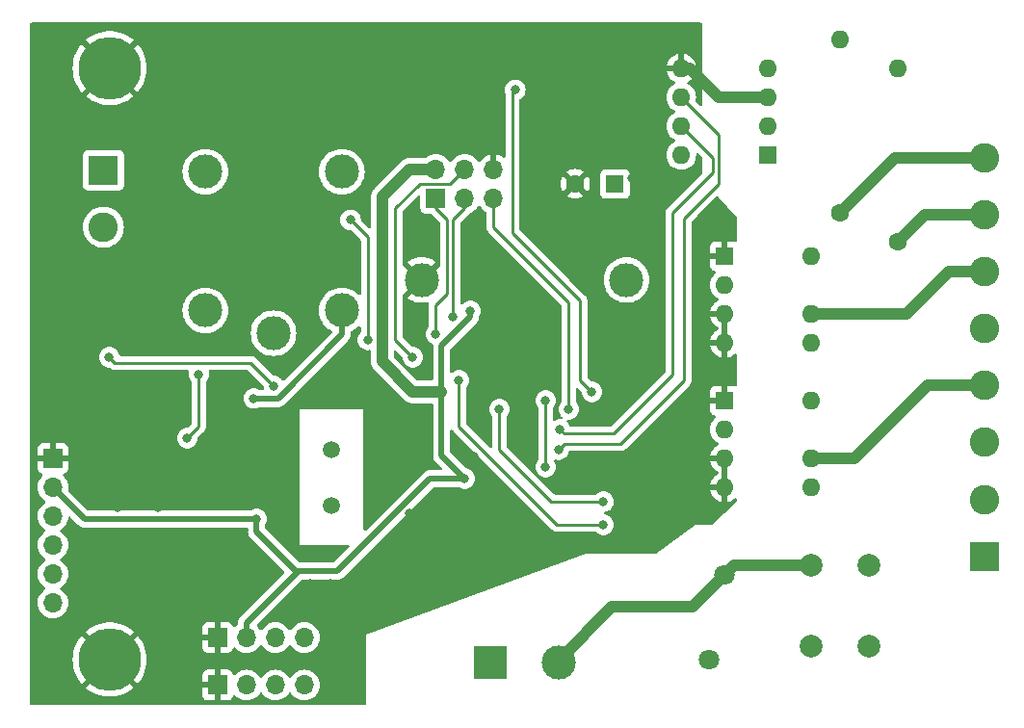
<source format=gbr>
%TF.GenerationSoftware,KiCad,Pcbnew,7.0.1+dfsg-1*%
%TF.CreationDate,2024-08-17T23:40:14+03:00*%
%TF.ProjectId,OpenEVSE_mod,4f70656e-4556-4534-955f-6d6f642e6b69,rev?*%
%TF.SameCoordinates,PX9d5b340PY54e0840*%
%TF.FileFunction,Copper,L1,Top*%
%TF.FilePolarity,Positive*%
%FSLAX46Y46*%
G04 Gerber Fmt 4.6, Leading zero omitted, Abs format (unit mm)*
G04 Created by KiCad (PCBNEW 7.0.1+dfsg-1) date 2024-08-17 23:40:14*
%MOMM*%
%LPD*%
G01*
G04 APERTURE LIST*
%TA.AperFunction,ComponentPad*%
%ADD10R,1.700000X1.700000*%
%TD*%
%TA.AperFunction,ComponentPad*%
%ADD11O,1.700000X1.700000*%
%TD*%
%TA.AperFunction,ComponentPad*%
%ADD12C,1.500000*%
%TD*%
%TA.AperFunction,ConnectorPad*%
%ADD13C,5.500000*%
%TD*%
%TA.AperFunction,ComponentPad*%
%ADD14C,3.600000*%
%TD*%
%TA.AperFunction,ComponentPad*%
%ADD15R,2.600000X2.600000*%
%TD*%
%TA.AperFunction,ComponentPad*%
%ADD16C,2.600000*%
%TD*%
%TA.AperFunction,ComponentPad*%
%ADD17O,1.600000X1.600000*%
%TD*%
%TA.AperFunction,ComponentPad*%
%ADD18R,1.600000X1.600000*%
%TD*%
%TA.AperFunction,ComponentPad*%
%ADD19C,1.800000*%
%TD*%
%TA.AperFunction,ComponentPad*%
%ADD20C,1.600000*%
%TD*%
%TA.AperFunction,ComponentPad*%
%ADD21C,3.000000*%
%TD*%
%TA.AperFunction,ComponentPad*%
%ADD22R,3.000000X3.000000*%
%TD*%
%TA.AperFunction,ComponentPad*%
%ADD23C,2.000000*%
%TD*%
%TA.AperFunction,ViaPad*%
%ADD24C,0.800000*%
%TD*%
%TA.AperFunction,Conductor*%
%ADD25C,1.000000*%
%TD*%
%TA.AperFunction,Conductor*%
%ADD26C,0.250000*%
%TD*%
%TA.AperFunction,Conductor*%
%ADD27C,0.500000*%
%TD*%
G04 APERTURE END LIST*
D10*
%TO.P,J6,1,Pin_1*%
%TO.N,GND*%
X16483000Y1751000D03*
D11*
%TO.P,J6,2,Pin_2*%
%TO.N,+5V*%
X19023000Y1751000D03*
%TO.P,J6,3,Pin_3*%
%TO.N,/SCL*%
X21563000Y1751000D03*
%TO.P,J6,4,Pin_4*%
%TO.N,/SDA*%
X24103000Y1751000D03*
%TD*%
D12*
%TO.P,Y1,1,1*%
%TO.N,Net-(U1-XTAL2{slash}PB7)*%
X26516000Y22452000D03*
%TO.P,Y1,2,2*%
%TO.N,Net-(U1-XTAL1{slash}PB6)*%
X26516000Y17572000D03*
%TD*%
D13*
%TO.P,H4,1,1*%
%TO.N,GND*%
X7000000Y56000000D03*
D14*
X7000000Y56000000D03*
%TD*%
D15*
%TO.P,J4,1,Pin_1*%
%TO.N,/PILOT*%
X6450000Y47010000D03*
D16*
%TO.P,J4,2,Pin_2*%
%TO.N,/PP*%
X6450000Y42010000D03*
%TD*%
D17*
%TO.P,U5,8,VCC*%
%TO.N,+5V*%
X57240000Y48360000D03*
%TO.P,U5,7,VO1*%
%TO.N,/AC_TEST_OUT1*%
X57240000Y50900000D03*
%TO.P,U5,6,VO2*%
%TO.N,/AC_TEST_OUT2*%
X57240000Y53440000D03*
%TO.P,U5,5,GND*%
%TO.N,GND*%
X57240000Y55980000D03*
%TO.P,U5,4,A2*%
%TO.N,Net-(D3-K)*%
X64860000Y55980000D03*
%TO.P,U5,3,C2*%
%TO.N,GND*%
X64860000Y53440000D03*
%TO.P,U5,2,C1*%
X64860000Y50900000D03*
D18*
%TO.P,U5,1,A1*%
%TO.N,Net-(D2-K)*%
X64860000Y48360000D03*
%TD*%
D17*
%TO.P,U4,8*%
%TO.N,/AC_L_FUSED*%
X68680000Y39460000D03*
%TO.P,U4,6*%
%TO.N,/AC_RELAY2*%
X68680000Y34380000D03*
%TO.P,U4,5*%
%TO.N,unconnected-(U4-Pad5)*%
X68680000Y31840000D03*
%TO.P,U4,4*%
%TO.N,GND*%
X61060000Y31840000D03*
%TO.P,U4,3*%
X61060000Y34380000D03*
%TO.P,U4,2*%
%TO.N,Net-(R4-Pad2)*%
X61060000Y36920000D03*
D18*
%TO.P,U4,1*%
%TO.N,GND*%
X61060000Y39460000D03*
%TD*%
%TO.P,U3,1*%
%TO.N,GND*%
X61060000Y26760000D03*
D17*
%TO.P,U3,2*%
%TO.N,Net-(R5-Pad2)*%
X61060000Y24220000D03*
%TO.P,U3,3*%
%TO.N,GND*%
X61060000Y21680000D03*
%TO.P,U3,4*%
X61060000Y19140000D03*
%TO.P,U3,5*%
%TO.N,unconnected-(U3-Pad5)*%
X68680000Y19140000D03*
%TO.P,U3,6*%
%TO.N,/ACRELAY1*%
X68680000Y21680000D03*
%TO.P,U3,8*%
%TO.N,/AC_L_FUSED*%
X68680000Y26760000D03*
%TD*%
D19*
%TO.P,RV1,2*%
%TO.N,/AC_N_FUSED*%
X61060000Y11470000D03*
%TO.P,RV1,1*%
%TO.N,/AC_L_FUSED*%
X59660000Y3970000D03*
%TD*%
D20*
%TO.P,R7,1*%
%TO.N,/ACTEST2*%
X71220000Y43280000D03*
D17*
%TO.P,R7,2*%
%TO.N,Net-(D3-A)*%
X71220000Y58520000D03*
%TD*%
%TO.P,R6,2*%
%TO.N,Net-(D2-A)*%
X76300000Y55980000D03*
D20*
%TO.P,R6,1*%
%TO.N,/ACTEST1*%
X76300000Y40740000D03*
%TD*%
D21*
%TO.P,PS1,4,+Vout*%
%TO.N,+12V*%
X52422500Y37362500D03*
%TO.P,PS1,3,-Vout*%
%TO.N,GND*%
X34422500Y37362500D03*
%TO.P,PS1,2,AC/N*%
%TO.N,/AC_N_FUSED*%
X46422500Y3762500D03*
D22*
%TO.P,PS1,1,AC/L*%
%TO.N,/AC_L_FUSED*%
X40422500Y3762500D03*
%TD*%
D21*
%TO.P,K1,11*%
%TO.N,/PILOT_AO*%
X21405000Y32690000D03*
%TO.P,K1,12*%
%TO.N,/PILOT*%
X15405000Y46890000D03*
%TO.P,K1,14*%
%TO.N,unconnected-(K1-Pad14)*%
X27405000Y46890000D03*
%TO.P,K1,A1*%
%TO.N,+12V*%
X27405000Y34690000D03*
%TO.P,K1,A2*%
%TO.N,Net-(D4-A)*%
X15405000Y34690000D03*
%TD*%
D15*
%TO.P,J5,1,Pin_1*%
%TO.N,/AC_L*%
X83920000Y13080000D03*
D16*
%TO.P,J5,2,Pin_2*%
%TO.N,/AC_N*%
X83920000Y18080000D03*
%TO.P,J5,3,Pin_3*%
X83920000Y23080000D03*
%TO.P,J5,4,Pin_4*%
%TO.N,/ACRELAY1*%
X83920000Y28080000D03*
%TO.P,J5,5,Pin_5*%
%TO.N,/AC_N*%
X83920000Y33080000D03*
%TO.P,J5,6,Pin_6*%
%TO.N,/AC_RELAY2*%
X83920000Y38080000D03*
%TO.P,J5,7,Pin_7*%
%TO.N,/ACTEST1*%
X83920000Y43080000D03*
%TO.P,J5,8,Pin_8*%
%TO.N,/ACTEST2*%
X83920000Y48080000D03*
%TD*%
D11*
%TO.P,J3,6,Pin_6*%
%TO.N,/RST*%
X2005000Y8990000D03*
%TO.P,J3,5,Pin_5*%
%TO.N,/UART_TX*%
X2005000Y11530000D03*
%TO.P,J3,4,Pin_4*%
%TO.N,/UART_RX*%
X2005000Y14070000D03*
%TO.P,J3,3,Pin_3*%
%TO.N,+12V*%
X2005000Y16610000D03*
%TO.P,J3,2,Pin_2*%
%TO.N,+5V*%
X2005000Y19150000D03*
D10*
%TO.P,J3,1,Pin_1*%
%TO.N,GND*%
X2005000Y21690000D03*
%TD*%
D11*
%TO.P,J2,4,Pin_4*%
%TO.N,/SDA*%
X24103000Y5942000D03*
%TO.P,J2,3,Pin_3*%
%TO.N,/SCL*%
X21563000Y5942000D03*
%TO.P,J2,2,Pin_2*%
%TO.N,+5V*%
X19023000Y5942000D03*
D10*
%TO.P,J2,1,Pin_1*%
%TO.N,GND*%
X16483000Y5942000D03*
%TD*%
D11*
%TO.P,J1,6,GND*%
%TO.N,GND*%
X40740000Y47090000D03*
%TO.P,J1,5,~{RST}*%
%TO.N,/RST*%
X40740000Y44550000D03*
%TO.P,J1,4,MOSI*%
%TO.N,/MOSI*%
X38200000Y47090000D03*
%TO.P,J1,3,SCK*%
%TO.N,/SCK*%
X38200000Y44550000D03*
%TO.P,J1,2,VCC*%
%TO.N,+5V*%
X35660000Y47090000D03*
D10*
%TO.P,J1,1,MISO*%
%TO.N,/MISO*%
X35660000Y44550000D03*
%TD*%
D13*
%TO.P,H3,1,1*%
%TO.N,GND*%
X7000000Y4000000D03*
D14*
X7000000Y4000000D03*
%TD*%
D23*
%TO.P,F2,1*%
%TO.N,/AC_N*%
X73760000Y12292000D03*
%TO.P,F2,2*%
%TO.N,/AC_N_FUSED*%
X68680000Y12302000D03*
%TD*%
%TO.P,F1,1*%
%TO.N,/AC_L*%
X73760000Y5180000D03*
%TO.P,F1,2*%
%TO.N,/AC_L_FUSED*%
X68680000Y5190000D03*
%TD*%
D20*
%TO.P,C6,2*%
%TO.N,GND*%
X47908000Y45820000D03*
D18*
%TO.P,C6,1*%
%TO.N,+12V*%
X51408000Y45820000D03*
%TD*%
D24*
%TO.N,GND*%
X33374000Y16864000D03*
X26389000Y10641000D03*
X24611000Y10641000D03*
X26516000Y13308000D03*
X24738000Y13308000D03*
X44042000Y21436000D03*
X51789000Y27532000D03*
X50646000Y21944000D03*
X50773000Y24992000D03*
X41502000Y38200000D03*
X11657000Y27151000D03*
X33501000Y34644000D03*
X19658000Y11530000D03*
X19658000Y12546000D03*
X32866000Y23595000D03*
X30580000Y25119000D03*
X21182000Y37819000D03*
X23341000Y35533000D03*
X24484000Y32739000D03*
X28294000Y31850000D03*
X48868000Y37184000D03*
X46836000Y39343000D03*
X45820000Y31215000D03*
X45439000Y34771000D03*
X42010000Y27786000D03*
%TO.N,+5V*%
X42645000Y54075000D03*
X49376000Y27532000D03*
%TO.N,GND*%
X40994000Y19023000D03*
X38994500Y21817000D03*
X39978000Y20166000D03*
X39870000Y30580000D03*
%TO.N,/PPREAD*%
X28167000Y42645000D03*
X29691000Y32104000D03*
%TO.N,GND*%
X39724000Y38200000D03*
X56488000Y46328000D03*
X54964000Y44296000D03*
X52932000Y46328000D03*
X46836000Y51408000D03*
X46836000Y53440000D03*
X46836000Y54456000D03*
X46836000Y56488000D03*
X40232000Y58012000D03*
X37692000Y58520000D03*
X36676000Y55472000D03*
X21690000Y51027000D03*
X24357000Y50900000D03*
X24484000Y53440000D03*
X23976000Y55980000D03*
X21436000Y55980000D03*
X6704000Y28040000D03*
X7212000Y22960000D03*
X6704000Y25500000D03*
X7085000Y31977000D03*
X8736000Y33120000D03*
X28548000Y608000D03*
X28548000Y3656000D03*
X32612000Y8228000D03*
X40232000Y10768000D03*
X46836000Y13308000D03*
X52424000Y13816000D03*
X55980000Y14832000D03*
X59028000Y16356000D03*
X59000000Y19000000D03*
X15340000Y12292000D03*
X15340000Y13816000D03*
X5688000Y14832000D03*
X7720000Y17372000D03*
X11276000Y17372000D03*
X18388000Y23976000D03*
X17880000Y24992000D03*
X16864000Y29056000D03*
%TO.N,+12V*%
X19664000Y26949000D03*
%TO.N,+5V*%
X19912000Y16356000D03*
X38200000Y19912000D03*
X38708000Y34644000D03*
%TO.N,/AC_RELAY_CNTRL_2*%
X50396299Y17875701D03*
X41248000Y26008000D03*
%TO.N,/AC_RELAY_CNTRL_1*%
X50392000Y15848000D03*
X37692000Y28548000D03*
%TO.N,/PILOT_DISCONNECT*%
X6958000Y30580000D03*
X21436000Y28040000D03*
%TO.N,/PWM*%
X13816000Y23468000D03*
X14836299Y29051701D03*
%TO.N,/MOSI*%
X33628000Y30580000D03*
%TO.N,/MISO*%
X35660000Y32612000D03*
%TO.N,/SCK*%
X37184000Y34136000D03*
%TO.N,/UART_RX*%
X45312000Y26764500D03*
X45312000Y20928000D03*
%TO.N,/RST*%
X47344000Y26008000D03*
%TO.N,/AC_TEST_OUT2*%
X46455000Y22452000D03*
%TO.N,/AC_TEST_OUT1*%
X46582000Y24230000D03*
%TD*%
D25*
%TO.N,/AC_RELAY2*%
X68680000Y34380000D02*
X77052000Y34380000D01*
X77052000Y34380000D02*
X80752000Y38080000D01*
X80752000Y38080000D02*
X83920000Y38080000D01*
%TO.N,+5V*%
X35660000Y47090000D02*
X33374000Y47090000D01*
X33374000Y47090000D02*
X30961000Y44677000D01*
X33628000Y27532000D02*
X36168000Y27532000D01*
X30961000Y44677000D02*
X30961000Y30199000D01*
X30961000Y30199000D02*
X33628000Y27532000D01*
D26*
%TO.N,/MISO*%
X35660000Y32612000D02*
X35660000Y35152000D01*
X35660000Y35152000D02*
X36676000Y36168000D01*
X36676000Y42645000D02*
X35660000Y43661000D01*
X36676000Y36168000D02*
X36676000Y42645000D01*
X35660000Y43661000D02*
X35660000Y44550000D01*
%TO.N,/SCK*%
X37184000Y34136000D02*
X37184000Y42645000D01*
X37184000Y42645000D02*
X38200000Y43661000D01*
X38200000Y43661000D02*
X38200000Y44550000D01*
D25*
%TO.N,/AC_N_FUSED*%
X68680000Y12302000D02*
X68670000Y12292000D01*
X68670000Y12292000D02*
X61882000Y12292000D01*
X61882000Y12292000D02*
X61060000Y11470000D01*
X46422500Y3762500D02*
X46422500Y3877500D01*
X46422500Y3877500D02*
X51154000Y8609000D01*
X51154000Y8609000D02*
X58199000Y8609000D01*
X58199000Y8609000D02*
X61060000Y11470000D01*
D26*
%TO.N,/AC_TEST_OUT1*%
X46582000Y24230000D02*
X46963000Y23849000D01*
X56488000Y29056000D02*
X56488000Y43280000D01*
X46963000Y23849000D02*
X51281000Y23849000D01*
X51281000Y23849000D02*
X56488000Y29056000D01*
X56488000Y43280000D02*
X60044000Y46836000D01*
X60044000Y46836000D02*
X60044000Y48096000D01*
X60044000Y48096000D02*
X57240000Y50900000D01*
%TO.N,/AC_TEST_OUT2*%
X46963000Y22960000D02*
X51916000Y22960000D01*
X46455000Y22452000D02*
X46963000Y22960000D01*
X60552000Y45820000D02*
X60552000Y50128000D01*
X51916000Y22960000D02*
X57504000Y28548000D01*
X57504000Y28548000D02*
X57504000Y42772000D01*
X57504000Y42772000D02*
X60552000Y45820000D01*
X60552000Y50128000D02*
X57240000Y53440000D01*
%TO.N,/PILOT_DISCONNECT*%
X6958000Y30580000D02*
X7466000Y30072000D01*
X7466000Y30072000D02*
X19404000Y30072000D01*
X19404000Y30072000D02*
X21436000Y28040000D01*
D27*
%TO.N,+5V*%
X19912000Y16356000D02*
X19912000Y15213000D01*
X19912000Y15213000D02*
X23341000Y11784000D01*
X23341000Y11784000D02*
X27024000Y11784000D01*
X27024000Y11784000D02*
X23595000Y11784000D01*
X23595000Y11784000D02*
X19023000Y7212000D01*
X19023000Y7212000D02*
X19023000Y5942000D01*
D26*
%TO.N,/MOSI*%
X33628000Y30580000D02*
X32104000Y32104000D01*
X32104000Y32104000D02*
X32104000Y43661000D01*
X32104000Y43661000D02*
X34263000Y45820000D01*
X34263000Y45820000D02*
X36930000Y45820000D01*
X36930000Y45820000D02*
X38200000Y47090000D01*
%TO.N,/AC_RELAY_CNTRL_2*%
X41248000Y26008000D02*
X41248000Y22452000D01*
X41248000Y22452000D02*
X45820000Y17880000D01*
X45820000Y17880000D02*
X50392000Y17880000D01*
X50392000Y17880000D02*
X50396299Y17875701D01*
%TO.N,+5V*%
X49376000Y27532000D02*
X48360000Y28548000D01*
X48360000Y28548000D02*
X48360000Y35533000D01*
X48360000Y35533000D02*
X42391000Y41502000D01*
X42391000Y41502000D02*
X42391000Y53821000D01*
X42391000Y53821000D02*
X42645000Y54075000D01*
%TO.N,GND*%
X38994500Y21817000D02*
X38994500Y21149500D01*
X38994500Y21149500D02*
X39978000Y20166000D01*
%TO.N,/RST*%
X40740000Y42010000D02*
X40740000Y44550000D01*
X47344000Y26008000D02*
X47344000Y35406000D01*
X47344000Y35406000D02*
X40740000Y42010000D01*
%TO.N,/PPREAD*%
X29691000Y32104000D02*
X29691000Y41121000D01*
X29691000Y41121000D02*
X28167000Y42645000D01*
D27*
%TO.N,+5V*%
X36168000Y27532000D02*
X36168000Y21944000D01*
X36168000Y31596000D02*
X36168000Y27532000D01*
X38708000Y34634695D02*
X38708000Y34136000D01*
X36168000Y21944000D02*
X38200000Y19912000D01*
X38708000Y34136000D02*
X36168000Y31596000D01*
D25*
%TO.N,GND*%
X60552000Y53440000D02*
X58012000Y55980000D01*
X64860000Y53440000D02*
X60552000Y53440000D01*
X58012000Y55980000D02*
X57240000Y55980000D01*
D27*
%TO.N,+12V*%
X19664000Y26949000D02*
X21785320Y26949000D01*
X21785320Y26949000D02*
X27405000Y32568680D01*
X27405000Y32568680D02*
X27405000Y34690000D01*
%TO.N,+5V*%
X19912000Y16356000D02*
X4799000Y16356000D01*
X4799000Y16356000D02*
X2005000Y19150000D01*
X35152000Y19912000D02*
X27024000Y11784000D01*
X38200000Y19912000D02*
X35152000Y19912000D01*
D26*
X38708000Y34644000D02*
X38708000Y34634695D01*
%TO.N,/AC_RELAY_CNTRL_1*%
X37692000Y28548000D02*
X37692000Y24484000D01*
X37692000Y24484000D02*
X46328000Y15848000D01*
X46328000Y15848000D02*
X50392000Y15848000D01*
%TO.N,/PWM*%
X14836299Y24488299D02*
X13816000Y23468000D01*
X14836299Y29051701D02*
X14836299Y24488299D01*
%TO.N,/UART_RX*%
X45312000Y20928000D02*
X45312000Y26764500D01*
D25*
%TO.N,/ACTEST2*%
X71220000Y43280000D02*
X76020000Y48080000D01*
X76020000Y48080000D02*
X83920000Y48080000D01*
%TO.N,/ACTEST1*%
X83920000Y43080000D02*
X78640000Y43080000D01*
X78640000Y43080000D02*
X76300000Y40740000D01*
%TO.N,/ACRELAY1*%
X83920000Y28080000D02*
X78880000Y28080000D01*
X78880000Y28080000D02*
X72480000Y21680000D01*
X72480000Y21680000D02*
X68680000Y21680000D01*
%TD*%
%TA.AperFunction,Conductor*%
%TO.N,GND*%
G36*
X58998000Y59982887D02*
G01*
X59043387Y59937500D01*
X59060000Y59875500D01*
X59060000Y52803953D01*
X59046485Y52747658D01*
X59008885Y52703635D01*
X58955398Y52681480D01*
X58897682Y52686022D01*
X58848319Y52716272D01*
X58539413Y53025178D01*
X58507319Y53080766D01*
X58507319Y53144953D01*
X58515144Y53174156D01*
X58525635Y53213308D01*
X58545468Y53440000D01*
X58525635Y53666692D01*
X58466739Y53886496D01*
X58370568Y54092734D01*
X58251168Y54263256D01*
X58240046Y54279141D01*
X58079140Y54440047D01*
X57892736Y54570567D01*
X57892730Y54570570D01*
X57834132Y54597895D01*
X57781958Y54643652D01*
X57762539Y54710277D01*
X57781959Y54776902D01*
X57834135Y54822658D01*
X57892479Y54849865D01*
X58078819Y54980342D01*
X58239658Y55141181D01*
X58370134Y55327520D01*
X58466266Y55533674D01*
X58518872Y55730000D01*
X55961128Y55730000D01*
X56013733Y55533674D01*
X56109865Y55327520D01*
X56240341Y55141181D01*
X56401180Y54980342D01*
X56587519Y54849866D01*
X56645865Y54822658D01*
X56698040Y54776901D01*
X56717460Y54710277D01*
X56698041Y54643652D01*
X56645866Y54597895D01*
X56587267Y54570570D01*
X56400859Y54440047D01*
X56239953Y54279141D01*
X56109432Y54092736D01*
X56013261Y53886498D01*
X55954364Y53666690D01*
X55934531Y53440000D01*
X55954364Y53213311D01*
X56013261Y52993503D01*
X56109432Y52787265D01*
X56239953Y52600860D01*
X56400859Y52439954D01*
X56587263Y52309434D01*
X56587266Y52309432D01*
X56645275Y52282382D01*
X56697450Y52236625D01*
X56716869Y52170000D01*
X56697450Y52103375D01*
X56645275Y52057618D01*
X56587263Y52030567D01*
X56400859Y51900047D01*
X56239953Y51739141D01*
X56109432Y51552736D01*
X56013261Y51346498D01*
X55954364Y51126690D01*
X55934531Y50900000D01*
X55954364Y50673311D01*
X56013261Y50453503D01*
X56109432Y50247265D01*
X56239953Y50060860D01*
X56400859Y49899954D01*
X56587263Y49769434D01*
X56587266Y49769432D01*
X56645275Y49742382D01*
X56697450Y49696625D01*
X56716869Y49630000D01*
X56697450Y49563375D01*
X56645275Y49517618D01*
X56587263Y49490567D01*
X56400859Y49360047D01*
X56239953Y49199141D01*
X56109432Y49012736D01*
X56013261Y48806498D01*
X55954364Y48586690D01*
X55934531Y48360000D01*
X55954364Y48133311D01*
X56013261Y47913503D01*
X56109432Y47707265D01*
X56239953Y47520860D01*
X56400859Y47359954D01*
X56587264Y47229433D01*
X56587265Y47229433D01*
X56587266Y47229432D01*
X56793504Y47133261D01*
X57013308Y47074365D01*
X57240000Y47054532D01*
X57466692Y47074365D01*
X57686496Y47133261D01*
X57892734Y47229432D01*
X58079139Y47359953D01*
X58240047Y47520861D01*
X58370568Y47707266D01*
X58466739Y47913504D01*
X58525635Y48133308D01*
X58545468Y48360000D01*
X58541610Y48404101D01*
X58550995Y48463360D01*
X58587102Y48511275D01*
X58641478Y48536631D01*
X58701392Y48533491D01*
X58752819Y48502590D01*
X59023681Y48231728D01*
X59050561Y48191500D01*
X59060000Y48144047D01*
X59060000Y46787953D01*
X59050561Y46740500D01*
X59023681Y46700272D01*
X56104208Y43780801D01*
X56088110Y43767904D01*
X56040096Y43716775D01*
X56037391Y43713983D01*
X56017874Y43694466D01*
X56015415Y43691295D01*
X56007842Y43682428D01*
X55977935Y43650580D01*
X55968285Y43633026D01*
X55957609Y43616772D01*
X55945326Y43600937D01*
X55927975Y43560842D01*
X55922838Y43550356D01*
X55901802Y43512093D01*
X55896821Y43492691D01*
X55890520Y43474289D01*
X55882561Y43455898D01*
X55875728Y43412758D01*
X55873360Y43401326D01*
X55862500Y43359022D01*
X55862500Y43338984D01*
X55860973Y43319587D01*
X55860704Y43317888D01*
X55857840Y43299806D01*
X55861950Y43256325D01*
X55862500Y43244656D01*
X55862500Y29366452D01*
X55853061Y29318999D01*
X55826181Y29278771D01*
X51058228Y24510819D01*
X51018000Y24483939D01*
X50970547Y24474500D01*
X47539490Y24474500D01*
X47489054Y24485221D01*
X47447340Y24515528D01*
X47421559Y24560183D01*
X47409179Y24598284D01*
X47314535Y24762214D01*
X47226500Y24859986D01*
X47189994Y24900530D01*
X47162714Y24950154D01*
X47160342Y25006735D01*
X47183376Y25058470D01*
X47227011Y25094568D01*
X47282146Y25107500D01*
X47438648Y25107500D01*
X47562083Y25133738D01*
X47623803Y25146856D01*
X47796730Y25223849D01*
X47949871Y25335112D01*
X48076533Y25475784D01*
X48171179Y25639716D01*
X48229674Y25819744D01*
X48249460Y26008000D01*
X48229674Y26196256D01*
X48175137Y26364102D01*
X48171179Y26376285D01*
X48076535Y26540214D01*
X48058189Y26560589D01*
X48001347Y26623718D01*
X47977736Y26662249D01*
X47969500Y26706687D01*
X47969500Y27754548D01*
X47983015Y27810843D01*
X48020615Y27854866D01*
X48074102Y27877021D01*
X48131818Y27872479D01*
X48181179Y27842230D01*
X48310395Y27713014D01*
X48437038Y27586371D01*
X48461277Y27552074D01*
X48472678Y27511652D01*
X48490326Y27343743D01*
X48548820Y27163716D01*
X48643466Y26999784D01*
X48770129Y26859111D01*
X48923269Y26747849D01*
X49096197Y26670856D01*
X49281352Y26631500D01*
X49281354Y26631500D01*
X49470646Y26631500D01*
X49470648Y26631500D01*
X49615310Y26662249D01*
X49655803Y26670856D01*
X49828730Y26747849D01*
X49946637Y26833513D01*
X49981870Y26859111D01*
X50108533Y26999784D01*
X50203179Y27163716D01*
X50203178Y27163716D01*
X50261674Y27343744D01*
X50281460Y27532000D01*
X50261674Y27720256D01*
X50217936Y27854866D01*
X50203179Y27900285D01*
X50108533Y28064217D01*
X49981870Y28204890D01*
X49828730Y28316152D01*
X49655802Y28393145D01*
X49470648Y28432500D01*
X49470646Y28432500D01*
X49411452Y28432500D01*
X49363999Y28441939D01*
X49323771Y28468819D01*
X49021819Y28770772D01*
X48994939Y28811000D01*
X48985500Y28858453D01*
X48985500Y35450256D01*
X48987764Y35470764D01*
X48985561Y35540887D01*
X48985500Y35544781D01*
X48985500Y35572346D01*
X48985500Y35572350D01*
X48984997Y35576330D01*
X48984081Y35587972D01*
X48982710Y35631627D01*
X48977118Y35650874D01*
X48973174Y35669915D01*
X48970664Y35689792D01*
X48954579Y35730417D01*
X48950808Y35741432D01*
X48938618Y35783390D01*
X48928414Y35800645D01*
X48919861Y35818105D01*
X48912486Y35836731D01*
X48912486Y35836732D01*
X48886808Y35872075D01*
X48880401Y35881829D01*
X48858169Y35919421D01*
X48844006Y35933584D01*
X48831367Y35948383D01*
X48819595Y35964587D01*
X48785941Y35992427D01*
X48777299Y36000291D01*
X47415089Y37362501D01*
X50416889Y37362501D01*
X50437304Y37077071D01*
X50498129Y36797459D01*
X50598134Y36529337D01*
X50735272Y36278187D01*
X50789506Y36205739D01*
X50906761Y36049105D01*
X51109105Y35846761D01*
X51257285Y35735835D01*
X51338186Y35675273D01*
X51413104Y35634365D01*
X51589339Y35538133D01*
X51857454Y35438131D01*
X51857457Y35438131D01*
X51857458Y35438130D01*
X51903327Y35428152D01*
X52137072Y35377304D01*
X52422500Y35356890D01*
X52707928Y35377304D01*
X52987546Y35438131D01*
X53255661Y35538133D01*
X53506815Y35675274D01*
X53735895Y35846761D01*
X53938239Y36049105D01*
X54109726Y36278185D01*
X54246867Y36529339D01*
X54346869Y36797454D01*
X54407696Y37077072D01*
X54428110Y37362500D01*
X54407696Y37647928D01*
X54346869Y37927546D01*
X54246867Y38195661D01*
X54109726Y38446815D01*
X53938239Y38675895D01*
X53735895Y38878239D01*
X53621355Y38963983D01*
X53506813Y39049728D01*
X53255663Y39186866D01*
X53255662Y39186867D01*
X53255661Y39186867D01*
X52987546Y39286869D01*
X52987541Y39286871D01*
X52707929Y39347696D01*
X52422500Y39368111D01*
X52137070Y39347696D01*
X51857458Y39286871D01*
X51589336Y39186866D01*
X51338186Y39049728D01*
X51109102Y38878237D01*
X50906763Y38675898D01*
X50735272Y38446814D01*
X50598134Y38195664D01*
X50498129Y37927542D01*
X50437304Y37647930D01*
X50416889Y37362501D01*
X47415089Y37362501D01*
X43052819Y41724772D01*
X43025939Y41765000D01*
X43016500Y41812453D01*
X43016500Y44740974D01*
X47182526Y44740974D01*
X47255515Y44689867D01*
X47461673Y44593734D01*
X47681397Y44534859D01*
X47907999Y44515034D01*
X48134602Y44534859D01*
X48354326Y44593734D01*
X48560480Y44689866D01*
X48633472Y44740975D01*
X48402316Y44972131D01*
X50107500Y44972131D01*
X50113909Y44912516D01*
X50139056Y44845093D01*
X50164204Y44777669D01*
X50250454Y44662454D01*
X50365669Y44576204D01*
X50500517Y44525909D01*
X50560127Y44519500D01*
X52255872Y44519501D01*
X52315483Y44525909D01*
X52450331Y44576204D01*
X52565546Y44662454D01*
X52651796Y44777669D01*
X52702091Y44912517D01*
X52708500Y44972127D01*
X52708499Y46667872D01*
X52702091Y46727483D01*
X52651796Y46862331D01*
X52565546Y46977546D01*
X52450331Y47063796D01*
X52315483Y47114091D01*
X52255873Y47120500D01*
X52255869Y47120500D01*
X50560130Y47120500D01*
X50500515Y47114091D01*
X50365669Y47063796D01*
X50250454Y46977546D01*
X50164204Y46862332D01*
X50113909Y46727484D01*
X50107500Y46667870D01*
X50107500Y44972131D01*
X48402316Y44972131D01*
X47908001Y45466447D01*
X47908000Y45466447D01*
X47182526Y44740975D01*
X47182526Y44740974D01*
X43016500Y44740974D01*
X43016500Y45820000D01*
X46603033Y45820000D01*
X46622858Y45593398D01*
X46681733Y45373674D01*
X46777866Y45167516D01*
X46828972Y45094529D01*
X46828973Y45094528D01*
X47554446Y45820000D01*
X48261553Y45820000D01*
X48987025Y45094528D01*
X49038134Y45167520D01*
X49134266Y45373674D01*
X49193141Y45593398D01*
X49212966Y45820000D01*
X49193141Y46046603D01*
X49134266Y46266327D01*
X49038133Y46472485D01*
X48987025Y46545474D01*
X48261553Y45820002D01*
X48261553Y45820000D01*
X47554446Y45820000D01*
X47554446Y45820002D01*
X46828973Y46545473D01*
X46777865Y46472484D01*
X46681733Y46266328D01*
X46622858Y46046603D01*
X46603033Y45820000D01*
X43016500Y45820000D01*
X43016500Y46899027D01*
X47182526Y46899027D01*
X47908000Y46173554D01*
X47908001Y46173554D01*
X48633472Y46899026D01*
X48633471Y46899028D01*
X48560484Y46950134D01*
X48354326Y47046267D01*
X48134602Y47105142D01*
X47908000Y47124967D01*
X47681397Y47105142D01*
X47461672Y47046267D01*
X47255516Y46950135D01*
X47182527Y46899027D01*
X47182526Y46899027D01*
X43016500Y46899027D01*
X43016500Y53174156D01*
X43025529Y53220607D01*
X43051301Y53260293D01*
X43090063Y53287435D01*
X43097730Y53290849D01*
X43250870Y53402111D01*
X43377533Y53542784D01*
X43472179Y53706716D01*
X43499729Y53791507D01*
X43530674Y53886744D01*
X43550460Y54075000D01*
X43530674Y54263256D01*
X43472179Y54443284D01*
X43472179Y54443285D01*
X43377533Y54607217D01*
X43250870Y54747890D01*
X43097730Y54859152D01*
X42924802Y54936145D01*
X42739648Y54975500D01*
X42739646Y54975500D01*
X42550354Y54975500D01*
X42550352Y54975500D01*
X42365197Y54936145D01*
X42192269Y54859152D01*
X42039129Y54747890D01*
X41912466Y54607217D01*
X41817820Y54443285D01*
X41759326Y54263258D01*
X41739540Y54075000D01*
X41760688Y53873783D01*
X41757882Y53873489D01*
X41759226Y53856384D01*
X41759366Y53856397D01*
X41764950Y53797324D01*
X41765500Y53785655D01*
X41765500Y48258184D01*
X41747509Y48193856D01*
X41698757Y48148195D01*
X41633390Y48134450D01*
X41570376Y48156609D01*
X41417576Y48263601D01*
X41203492Y48363431D01*
X40990000Y48420636D01*
X40990000Y46964000D01*
X40973387Y46902000D01*
X40928000Y46856613D01*
X40866000Y46840000D01*
X40614000Y46840000D01*
X40552000Y46856613D01*
X40506613Y46902000D01*
X40490000Y46964000D01*
X40490000Y48420636D01*
X40489999Y48420636D01*
X40276507Y48363431D01*
X40062421Y48263600D01*
X39868921Y48128110D01*
X39701893Y47961082D01*
X39571880Y47775404D01*
X39527562Y47736539D01*
X39470305Y47722528D01*
X39413048Y47736539D01*
X39368730Y47775405D01*
X39368425Y47775841D01*
X39238495Y47961401D01*
X39071401Y48128495D01*
X38877830Y48264035D01*
X38663663Y48363903D01*
X38602501Y48380291D01*
X38435407Y48425064D01*
X38200000Y48445660D01*
X37964592Y48425064D01*
X37736336Y48363903D01*
X37522170Y48264035D01*
X37328598Y48128495D01*
X37161505Y47961402D01*
X37031575Y47775841D01*
X36987257Y47736975D01*
X36930000Y47722964D01*
X36872743Y47736975D01*
X36828425Y47775841D01*
X36732033Y47913503D01*
X36698495Y47961401D01*
X36531401Y48128495D01*
X36337830Y48264035D01*
X36123663Y48363903D01*
X36062501Y48380291D01*
X35895407Y48425064D01*
X35660000Y48445660D01*
X35424592Y48425064D01*
X35196336Y48363903D01*
X34982170Y48264035D01*
X34788598Y48128495D01*
X34786923Y48126819D01*
X34746695Y48099939D01*
X34699242Y48090500D01*
X33388238Y48090500D01*
X33385096Y48090540D01*
X33297635Y48092757D01*
X33239581Y48082352D01*
X33230253Y48081043D01*
X33171561Y48075074D01*
X33142527Y48065965D01*
X33127288Y48062225D01*
X33097345Y48056858D01*
X33042568Y48034979D01*
X33033698Y48031821D01*
X32977410Y48014159D01*
X32950809Y47999395D01*
X32936639Y47992665D01*
X32908385Y47981378D01*
X32859121Y47948913D01*
X32851070Y47944036D01*
X32799498Y47915410D01*
X32776414Y47895593D01*
X32763887Y47886147D01*
X32738481Y47869402D01*
X32696775Y47827697D01*
X32689868Y47821296D01*
X32645103Y47782865D01*
X32626480Y47758807D01*
X32616108Y47747031D01*
X30263645Y45394567D01*
X30261398Y45392376D01*
X30197948Y45332060D01*
X30164244Y45283638D01*
X30158573Y45276118D01*
X30121301Y45230407D01*
X30107210Y45203434D01*
X30099082Y45190017D01*
X30081705Y45165050D01*
X30058439Y45110835D01*
X30054399Y45102329D01*
X30027090Y45050048D01*
X30018720Y45020799D01*
X30013459Y45006022D01*
X30001460Y44978058D01*
X29989587Y44920287D01*
X29987342Y44911140D01*
X29971113Y44854420D01*
X29968802Y44824075D01*
X29966622Y44808534D01*
X29960500Y44778741D01*
X29960500Y44719758D01*
X29960141Y44710344D01*
X29958026Y44682549D01*
X29955663Y44651523D01*
X29959506Y44621349D01*
X29960500Y44605683D01*
X29960500Y42035453D01*
X29946985Y41979158D01*
X29909385Y41935135D01*
X29855898Y41912980D01*
X29798182Y41917522D01*
X29748819Y41947772D01*
X29105960Y42590631D01*
X29081720Y42624929D01*
X29070321Y42665345D01*
X29052674Y42833256D01*
X28994179Y43013284D01*
X28994179Y43013285D01*
X28899533Y43177217D01*
X28772870Y43317890D01*
X28619730Y43429152D01*
X28446802Y43506145D01*
X28261648Y43545500D01*
X28261646Y43545500D01*
X28072354Y43545500D01*
X28072352Y43545500D01*
X27887197Y43506145D01*
X27714269Y43429152D01*
X27561129Y43317890D01*
X27434466Y43177217D01*
X27339820Y43013285D01*
X27281326Y42833258D01*
X27263679Y42665351D01*
X27261540Y42645000D01*
X27267254Y42590631D01*
X27281326Y42456743D01*
X27339820Y42276716D01*
X27434466Y42112784D01*
X27561129Y41972111D01*
X27714269Y41860849D01*
X27887197Y41783856D01*
X28072352Y41744500D01*
X28072354Y41744500D01*
X28131548Y41744500D01*
X28179001Y41735061D01*
X28219229Y41708181D01*
X29029181Y40898228D01*
X29056061Y40858000D01*
X29065500Y40810547D01*
X29065500Y36157996D01*
X29051985Y36101701D01*
X29014385Y36057678D01*
X28960898Y36035523D01*
X28903182Y36040065D01*
X28853819Y36070315D01*
X28718397Y36205737D01*
X28718397Y36205738D01*
X28718395Y36205739D01*
X28603855Y36291483D01*
X28489313Y36377228D01*
X28238163Y36514366D01*
X28238162Y36514367D01*
X28238161Y36514367D01*
X27970046Y36614369D01*
X27970041Y36614371D01*
X27690429Y36675196D01*
X27405000Y36695611D01*
X27119570Y36675196D01*
X26839958Y36614371D01*
X26571836Y36514366D01*
X26320686Y36377228D01*
X26091602Y36205737D01*
X25889263Y36003398D01*
X25717772Y35774314D01*
X25580634Y35523164D01*
X25480629Y35255042D01*
X25419804Y34975430D01*
X25399389Y34690000D01*
X25419804Y34404571D01*
X25480629Y34124959D01*
X25580634Y33856837D01*
X25717772Y33605687D01*
X25742952Y33572051D01*
X25889261Y33376605D01*
X26091605Y33174261D01*
X26248346Y33056926D01*
X26320686Y33002773D01*
X26470922Y32920738D01*
X26513351Y32882626D01*
X26534233Y32829553D01*
X26529149Y32772747D01*
X26499176Y32724225D01*
X22345566Y28570616D01*
X22287884Y28537980D01*
X22221631Y28539715D01*
X22165735Y28575324D01*
X22092643Y28656500D01*
X22041871Y28712888D01*
X22009705Y28736258D01*
X21888730Y28824152D01*
X21715802Y28901145D01*
X21530648Y28940500D01*
X21530646Y28940500D01*
X21471452Y28940500D01*
X21423999Y28949939D01*
X21383771Y28976819D01*
X19904802Y30455789D01*
X19891906Y30471887D01*
X19840775Y30519902D01*
X19837978Y30522613D01*
X19818470Y30542121D01*
X19815290Y30544588D01*
X19806424Y30552161D01*
X19774582Y30582062D01*
X19757024Y30591715D01*
X19740764Y30602396D01*
X19724936Y30614673D01*
X19684851Y30632020D01*
X19674361Y30637159D01*
X19636091Y30658198D01*
X19616691Y30663179D01*
X19598284Y30669481D01*
X19579897Y30677438D01*
X19536758Y30684271D01*
X19525324Y30686639D01*
X19483019Y30697500D01*
X19462984Y30697500D01*
X19443586Y30699027D01*
X19436162Y30700203D01*
X19423805Y30702160D01*
X19423804Y30702160D01*
X19390751Y30699036D01*
X19380325Y30698050D01*
X19368656Y30697500D01*
X7956755Y30697500D01*
X7906320Y30708220D01*
X7864605Y30738528D01*
X7838824Y30783182D01*
X7826063Y30822455D01*
X7812034Y30865633D01*
X7785179Y30948285D01*
X7690533Y31112217D01*
X7563870Y31252890D01*
X7410730Y31364152D01*
X7237802Y31441145D01*
X7052648Y31480500D01*
X7052646Y31480500D01*
X6863354Y31480500D01*
X6863352Y31480500D01*
X6678197Y31441145D01*
X6505269Y31364152D01*
X6352129Y31252890D01*
X6225466Y31112217D01*
X6130820Y30948285D01*
X6072326Y30768258D01*
X6058254Y30634371D01*
X6052540Y30580000D01*
X6058717Y30521227D01*
X6072326Y30391743D01*
X6130820Y30211716D01*
X6225466Y30047784D01*
X6352129Y29907111D01*
X6505269Y29795849D01*
X6678197Y29718856D01*
X6863352Y29679500D01*
X6863354Y29679500D01*
X6921133Y29679500D01*
X6966781Y29670792D01*
X7006017Y29645892D01*
X7029223Y29624100D01*
X7032020Y29621389D01*
X7051529Y29601880D01*
X7054711Y29599412D01*
X7063571Y29591845D01*
X7093775Y29563481D01*
X7095418Y29561938D01*
X7112970Y29552289D01*
X7129238Y29541603D01*
X7145064Y29529327D01*
X7185146Y29511983D01*
X7195633Y29506845D01*
X7233907Y29485803D01*
X7242410Y29483621D01*
X7253308Y29480822D01*
X7271713Y29474522D01*
X7290104Y29466563D01*
X7333250Y29459730D01*
X7344668Y29457365D01*
X7386981Y29446500D01*
X7407017Y29446500D01*
X7426414Y29444974D01*
X7446196Y29441840D01*
X7486720Y29445672D01*
X7489672Y29445950D01*
X7501342Y29446500D01*
X13847064Y29446500D01*
X13903359Y29432985D01*
X13947382Y29395385D01*
X13969537Y29341898D01*
X13964995Y29284184D01*
X13960070Y29269029D01*
X13950625Y29239959D01*
X13930839Y29051702D01*
X13950625Y28863444D01*
X14009119Y28683417D01*
X14103763Y28519488D01*
X14103766Y28519485D01*
X14178951Y28435984D01*
X14202563Y28397452D01*
X14210799Y28353014D01*
X14210799Y24798751D01*
X14201360Y24751298D01*
X14174480Y24711070D01*
X13868228Y24404819D01*
X13828000Y24377939D01*
X13780547Y24368500D01*
X13721352Y24368500D01*
X13536197Y24329145D01*
X13363269Y24252152D01*
X13210129Y24140890D01*
X13083466Y24000217D01*
X12988820Y23836285D01*
X12930326Y23656258D01*
X12910540Y23468001D01*
X12930326Y23279743D01*
X12988820Y23099716D01*
X13083466Y22935784D01*
X13210129Y22795111D01*
X13363269Y22683849D01*
X13536197Y22606856D01*
X13721352Y22567500D01*
X13721354Y22567500D01*
X13910646Y22567500D01*
X13910648Y22567500D01*
X14034083Y22593738D01*
X14095803Y22606856D01*
X14268730Y22683849D01*
X14421871Y22795112D01*
X14548533Y22935784D01*
X14643179Y23099716D01*
X14701674Y23279744D01*
X14719321Y23447656D01*
X14730721Y23488075D01*
X14754958Y23522370D01*
X15220085Y23987497D01*
X15236186Y24000395D01*
X15238173Y24002512D01*
X15238176Y24002513D01*
X15284231Y24051558D01*
X15286912Y24054323D01*
X15306419Y24073829D01*
X15308880Y24077004D01*
X15316451Y24085868D01*
X15346361Y24117717D01*
X15356012Y24135273D01*
X15366692Y24151532D01*
X15378973Y24167363D01*
X15396317Y24207448D01*
X15401459Y24217943D01*
X15406213Y24226590D01*
X15422496Y24256207D01*
X15427477Y24275611D01*
X15433779Y24294016D01*
X15441737Y24312404D01*
X15448569Y24355551D01*
X15450938Y24366983D01*
X15461799Y24409279D01*
X15461799Y24429315D01*
X15463326Y24448714D01*
X15466459Y24468495D01*
X15462349Y24511974D01*
X15461799Y24523643D01*
X15461799Y28353014D01*
X15470035Y28397452D01*
X15493646Y28435984D01*
X15568832Y28519485D01*
X15573862Y28528196D01*
X15663478Y28683417D01*
X15673055Y28712891D01*
X15721973Y28863445D01*
X15741759Y29051701D01*
X15721973Y29239957D01*
X15707602Y29284184D01*
X15703061Y29341898D01*
X15725216Y29395385D01*
X15769239Y29432985D01*
X15825534Y29446500D01*
X19093548Y29446500D01*
X19141001Y29437061D01*
X19181229Y29410181D01*
X20497038Y28094371D01*
X20521277Y28060074D01*
X20532678Y28019652D01*
X20541003Y27940447D01*
X20550326Y27851744D01*
X20550327Y27851741D01*
X20551689Y27838783D01*
X20548889Y27838489D01*
X20551595Y27804097D01*
X20529438Y27750612D01*
X20485415Y27713014D01*
X20429122Y27699500D01*
X20203337Y27699500D01*
X20165018Y27705569D01*
X20130450Y27723183D01*
X20116728Y27733153D01*
X19943802Y27810145D01*
X19758648Y27849500D01*
X19758646Y27849500D01*
X19569354Y27849500D01*
X19569352Y27849500D01*
X19384197Y27810145D01*
X19211269Y27733152D01*
X19058129Y27621890D01*
X18931466Y27481217D01*
X18836820Y27317285D01*
X18778326Y27137258D01*
X18758540Y26949001D01*
X18778326Y26760743D01*
X18836820Y26580716D01*
X18931466Y26416784D01*
X19058129Y26276111D01*
X19211269Y26164849D01*
X19384197Y26087856D01*
X19569352Y26048500D01*
X19569354Y26048500D01*
X19758646Y26048500D01*
X19758648Y26048500D01*
X19882083Y26074738D01*
X19943803Y26087856D01*
X20116730Y26164849D01*
X20130449Y26174817D01*
X20165018Y26192431D01*
X20203337Y26198500D01*
X21721614Y26198500D01*
X21739584Y26197191D01*
X21743640Y26196598D01*
X21763343Y26193711D01*
X21812688Y26198028D01*
X21823496Y26198500D01*
X21829026Y26198500D01*
X21829029Y26198500D01*
X21859870Y26202106D01*
X21863351Y26202461D01*
X21938117Y26209001D01*
X21938117Y26209002D01*
X21939372Y26209111D01*
X21958382Y26213326D01*
X21959570Y26213759D01*
X21959575Y26213759D01*
X22030140Y26239443D01*
X22033415Y26240581D01*
X22104654Y26264186D01*
X22104656Y26264188D01*
X22105856Y26264585D01*
X22123383Y26273071D01*
X22124432Y26273762D01*
X22124437Y26273763D01*
X22187126Y26314995D01*
X22190118Y26316901D01*
X22253976Y26356288D01*
X22253976Y26356289D01*
X22255049Y26356950D01*
X22270144Y26369247D01*
X22271012Y26370168D01*
X22271016Y26370170D01*
X22322505Y26424747D01*
X22324951Y26427265D01*
X27890638Y31992953D01*
X27904256Y32004723D01*
X27923530Y32019070D01*
X27955384Y32057033D01*
X27962671Y32064986D01*
X27966591Y32068904D01*
X27985820Y32093226D01*
X27988077Y32095995D01*
X28012381Y32124959D01*
X28036302Y32153466D01*
X28036303Y32153469D01*
X28037115Y32154436D01*
X28047573Y32170852D01*
X28048107Y32172000D01*
X28048111Y32172003D01*
X28079845Y32240059D01*
X28081371Y32243210D01*
X28115040Y32310247D01*
X28115040Y32310249D01*
X28115609Y32311381D01*
X28122002Y32329774D01*
X28137431Y32404496D01*
X28138212Y32408020D01*
X28155791Y32482187D01*
X28157770Y32501560D01*
X28157733Y32502822D01*
X28157734Y32502825D01*
X28155552Y32577812D01*
X28155500Y32581418D01*
X28155500Y32748708D01*
X28165512Y32797521D01*
X28193931Y32838452D01*
X28230424Y32861296D01*
X28230377Y32861383D01*
X28231851Y32862189D01*
X28236166Y32864890D01*
X28238161Y32865633D01*
X28489315Y33002774D01*
X28718395Y33174261D01*
X28853819Y33309686D01*
X28903182Y33339935D01*
X28960898Y33344477D01*
X29014385Y33322322D01*
X29051985Y33278299D01*
X29065500Y33222004D01*
X29065500Y32802687D01*
X29057264Y32758249D01*
X29033652Y32719718D01*
X29001843Y32684390D01*
X28958464Y32636214D01*
X28863820Y32472285D01*
X28805326Y32292258D01*
X28785540Y32104000D01*
X28805326Y31915743D01*
X28863820Y31735716D01*
X28958466Y31571784D01*
X29085129Y31431111D01*
X29238269Y31319849D01*
X29411197Y31242856D01*
X29596352Y31203500D01*
X29596354Y31203500D01*
X29785646Y31203500D01*
X29785648Y31203500D01*
X29810719Y31208829D01*
X29865447Y31208113D01*
X29914536Y31183905D01*
X29948421Y31140922D01*
X29960500Y31087539D01*
X29960500Y30213279D01*
X29960460Y30210137D01*
X29958242Y30122638D01*
X29968648Y30064580D01*
X29969957Y30055251D01*
X29975926Y29996562D01*
X29985033Y29967533D01*
X29988772Y29952298D01*
X29994141Y29922348D01*
X30016020Y29867575D01*
X30019180Y29858700D01*
X30036841Y29802412D01*
X30051607Y29775809D01*
X30058337Y29761636D01*
X30069622Y29733383D01*
X30102080Y29684133D01*
X30106961Y29676077D01*
X30135590Y29624499D01*
X30155404Y29601419D01*
X30164856Y29588884D01*
X30181599Y29563480D01*
X30223300Y29521779D01*
X30229705Y29514868D01*
X30268130Y29470109D01*
X30268131Y29470108D01*
X30268134Y29470105D01*
X30292198Y29451478D01*
X30303968Y29441111D01*
X32910449Y26834630D01*
X32912642Y26832381D01*
X32972941Y26768947D01*
X33021358Y26735248D01*
X33028865Y26729587D01*
X33074593Y26692302D01*
X33101556Y26678218D01*
X33114980Y26670085D01*
X33139951Y26652705D01*
X33183539Y26634000D01*
X33194163Y26629441D01*
X33202663Y26625405D01*
X33254951Y26598091D01*
X33284196Y26589723D01*
X33298986Y26584457D01*
X33306464Y26581248D01*
X33326942Y26572460D01*
X33384737Y26560584D01*
X33393854Y26558346D01*
X33450582Y26542113D01*
X33480916Y26539804D01*
X33496453Y26537626D01*
X33526259Y26531500D01*
X33585243Y26531500D01*
X33594657Y26531142D01*
X33653477Y26526663D01*
X33683652Y26530507D01*
X33699318Y26531500D01*
X35293500Y26531500D01*
X35355500Y26514887D01*
X35400887Y26469500D01*
X35417500Y26407500D01*
X35417500Y22007706D01*
X35416191Y21989736D01*
X35412711Y21965977D01*
X35417028Y21916631D01*
X35417500Y21905824D01*
X35417500Y21900292D01*
X35421098Y21869504D01*
X35421464Y21865919D01*
X35426706Y21806000D01*
X35428110Y21789959D01*
X35432329Y21770929D01*
X35432758Y21769749D01*
X35432759Y21769745D01*
X35458413Y21699258D01*
X35459582Y21695893D01*
X35483580Y21623476D01*
X35492075Y21605928D01*
X35533979Y21542216D01*
X35535889Y21539218D01*
X35575288Y21475344D01*
X35575952Y21474268D01*
X35588253Y21459170D01*
X35589168Y21458307D01*
X35589170Y21458304D01*
X35643708Y21406850D01*
X35646295Y21404337D01*
X36176451Y20874181D01*
X36206701Y20824818D01*
X36211243Y20767102D01*
X36189088Y20713615D01*
X36145065Y20676015D01*
X36088770Y20662500D01*
X35215706Y20662500D01*
X35197736Y20663809D01*
X35183853Y20665843D01*
X35173977Y20667289D01*
X35173976Y20667289D01*
X35124631Y20662972D01*
X35113824Y20662500D01*
X35108291Y20662500D01*
X35077501Y20658902D01*
X35073917Y20658536D01*
X34997961Y20651891D01*
X34978921Y20647670D01*
X34907232Y20621579D01*
X34903831Y20620397D01*
X34831474Y20596420D01*
X34813927Y20587925D01*
X34750221Y20546025D01*
X34747181Y20544088D01*
X34682280Y20504056D01*
X34667164Y20491743D01*
X34614831Y20436274D01*
X34612319Y20433688D01*
X29521681Y15343049D01*
X29472318Y15312799D01*
X29414602Y15308257D01*
X29361115Y15330412D01*
X29323515Y15374435D01*
X29310000Y15430730D01*
X29310000Y26008000D01*
X23722000Y26008000D01*
X23722000Y14070000D01*
X27949270Y14070000D01*
X28005565Y14056485D01*
X28049588Y14018885D01*
X28071743Y13965398D01*
X28067201Y13907682D01*
X28036951Y13858319D01*
X26749451Y12570819D01*
X26709223Y12543939D01*
X26661770Y12534500D01*
X23703230Y12534500D01*
X23655777Y12543939D01*
X23615549Y12570819D01*
X20698819Y15487549D01*
X20671939Y15527777D01*
X20662500Y15575230D01*
X20662500Y15821678D01*
X20679113Y15883678D01*
X20739179Y15987716D01*
X20790718Y16146337D01*
X20797674Y16167744D01*
X20817460Y16356000D01*
X20797674Y16544256D01*
X20767332Y16637637D01*
X20739179Y16724285D01*
X20644533Y16888217D01*
X20517870Y17028890D01*
X20364730Y17140152D01*
X20191802Y17217145D01*
X20006648Y17256500D01*
X20006646Y17256500D01*
X19817354Y17256500D01*
X19817352Y17256500D01*
X19632197Y17217145D01*
X19459271Y17140153D01*
X19445550Y17130183D01*
X19410982Y17112569D01*
X19372663Y17106500D01*
X5161229Y17106500D01*
X5113776Y17115939D01*
X5073548Y17142819D01*
X3377869Y18838499D01*
X3349028Y18883770D01*
X3342022Y18936988D01*
X3348542Y19011500D01*
X3360659Y19150000D01*
X3340063Y19385408D01*
X3278903Y19613663D01*
X3179035Y19827829D01*
X3043495Y20021401D01*
X2921181Y20143715D01*
X2889885Y20196461D01*
X2887696Y20257754D01*
X2915149Y20312599D01*
X2965528Y20347578D01*
X3097089Y20396648D01*
X3212188Y20482812D01*
X3298352Y20597911D01*
X3348597Y20732625D01*
X3355000Y20792176D01*
X3355000Y21440000D01*
X655000Y21440000D01*
X655000Y20792176D01*
X661402Y20732625D01*
X711647Y20597911D01*
X797811Y20482812D01*
X912911Y20396648D01*
X1044471Y20347578D01*
X1094850Y20312599D01*
X1122303Y20257754D01*
X1120114Y20196461D01*
X1088819Y20143715D01*
X966503Y20021399D01*
X830965Y19827830D01*
X731097Y19613664D01*
X669936Y19385408D01*
X649340Y19150001D01*
X669936Y18914593D01*
X707018Y18776201D01*
X731097Y18686337D01*
X830965Y18472170D01*
X966505Y18278599D01*
X1133599Y18111505D01*
X1319160Y17981574D01*
X1358024Y17937257D01*
X1372035Y17880000D01*
X1358024Y17822743D01*
X1319159Y17778425D01*
X1133595Y17648492D01*
X966505Y17481402D01*
X830965Y17287830D01*
X731097Y17073664D01*
X669936Y16845408D01*
X649340Y16610000D01*
X669936Y16374593D01*
X712355Y16216285D01*
X731097Y16146337D01*
X830965Y15932170D01*
X966505Y15738599D01*
X1133599Y15571505D01*
X1319160Y15441574D01*
X1358024Y15397257D01*
X1372035Y15340000D01*
X1358024Y15282743D01*
X1319160Y15238426D01*
X1176457Y15138504D01*
X1133595Y15108492D01*
X966505Y14941402D01*
X830965Y14747830D01*
X731097Y14533664D01*
X669936Y14305408D01*
X649340Y14070001D01*
X669936Y13834593D01*
X714709Y13667498D01*
X731097Y13606337D01*
X830965Y13392170D01*
X966505Y13198599D01*
X1133599Y13031505D01*
X1319160Y12901574D01*
X1358024Y12857257D01*
X1372035Y12800000D01*
X1358024Y12742743D01*
X1319159Y12698425D01*
X1133595Y12568492D01*
X966505Y12401402D01*
X830965Y12207830D01*
X731097Y11993664D01*
X669936Y11765408D01*
X649340Y11530001D01*
X669936Y11294593D01*
X697617Y11191288D01*
X731097Y11066337D01*
X830965Y10852170D01*
X966505Y10658599D01*
X1133599Y10491505D01*
X1319160Y10361574D01*
X1358024Y10317257D01*
X1372035Y10260000D01*
X1358024Y10202743D01*
X1319158Y10158425D01*
X1192161Y10069500D01*
X1133595Y10028492D01*
X966505Y9861402D01*
X830965Y9667830D01*
X731097Y9453664D01*
X669936Y9225408D01*
X649340Y8990000D01*
X669936Y8754593D01*
X714709Y8587499D01*
X731097Y8526337D01*
X830965Y8312170D01*
X966505Y8118599D01*
X1133599Y7951505D01*
X1327170Y7815965D01*
X1541337Y7716097D01*
X1769592Y7654937D01*
X2005000Y7634341D01*
X2240408Y7654937D01*
X2468663Y7716097D01*
X2682830Y7815965D01*
X2876401Y7951505D01*
X3043495Y8118599D01*
X3179035Y8312170D01*
X3278903Y8526337D01*
X3340063Y8754592D01*
X3360659Y8990000D01*
X3340063Y9225408D01*
X3278903Y9453663D01*
X3179035Y9667829D01*
X3043495Y9861401D01*
X2876401Y10028495D01*
X2690839Y10158427D01*
X2651975Y10202743D01*
X2637964Y10260000D01*
X2651975Y10317257D01*
X2690839Y10361574D01*
X2876401Y10491505D01*
X3043495Y10658599D01*
X3179035Y10852170D01*
X3278903Y11066337D01*
X3340063Y11294592D01*
X3360659Y11530000D01*
X3340063Y11765408D01*
X3278903Y11993663D01*
X3179035Y12207829D01*
X3043495Y12401401D01*
X2876401Y12568495D01*
X2690839Y12698427D01*
X2651975Y12742743D01*
X2637964Y12800000D01*
X2651975Y12857257D01*
X2690839Y12901574D01*
X2876401Y13031505D01*
X3043495Y13198599D01*
X3179035Y13392170D01*
X3278903Y13606337D01*
X3340063Y13834592D01*
X3360659Y14070000D01*
X3340063Y14305408D01*
X3278903Y14533663D01*
X3179035Y14747829D01*
X3043495Y14941401D01*
X2876401Y15108495D01*
X2690839Y15238427D01*
X2651974Y15282745D01*
X2637964Y15340001D01*
X2651975Y15397258D01*
X2690837Y15441572D01*
X2876401Y15571505D01*
X3043495Y15738599D01*
X3179035Y15932170D01*
X3278903Y16146337D01*
X3340063Y16374592D01*
X3347376Y16458174D01*
X3372528Y16522853D01*
X3428493Y16563889D01*
X3497742Y16568428D01*
X3558585Y16535048D01*
X4223267Y15870366D01*
X4235048Y15856734D01*
X4249389Y15837471D01*
X4287339Y15805627D01*
X4295314Y15798319D01*
X4299224Y15794409D01*
X4317672Y15779822D01*
X4323543Y15775180D01*
X4326330Y15772910D01*
X4383786Y15724698D01*
X4383788Y15724697D01*
X4384750Y15723890D01*
X4401184Y15713420D01*
X4470320Y15681181D01*
X4473567Y15679609D01*
X4541699Y15645391D01*
X4560087Y15639000D01*
X4561323Y15638745D01*
X4561327Y15638743D01*
X4634856Y15623562D01*
X4638290Y15622800D01*
X4684416Y15611867D01*
X4712506Y15605209D01*
X4731879Y15603230D01*
X4733141Y15603267D01*
X4733145Y15603266D01*
X4805534Y15605373D01*
X4808132Y15605448D01*
X4811738Y15605500D01*
X19037500Y15605500D01*
X19099500Y15588887D01*
X19144887Y15543500D01*
X19161500Y15481500D01*
X19161500Y15276706D01*
X19160191Y15258736D01*
X19156711Y15234977D01*
X19161028Y15185631D01*
X19161500Y15174824D01*
X19161500Y15169292D01*
X19165098Y15138504D01*
X19165464Y15134919D01*
X19172110Y15058959D01*
X19176329Y15039929D01*
X19176758Y15038749D01*
X19176759Y15038745D01*
X19202413Y14968258D01*
X19203582Y14964893D01*
X19227580Y14892476D01*
X19236075Y14874928D01*
X19277979Y14811216D01*
X19279889Y14808218D01*
X19319288Y14744344D01*
X19319952Y14743268D01*
X19332253Y14728170D01*
X19333168Y14727307D01*
X19333170Y14727304D01*
X19387709Y14675849D01*
X19390296Y14673336D01*
X22318950Y11744682D01*
X22351044Y11689095D01*
X22351044Y11624907D01*
X22318950Y11569320D01*
X18537358Y7787728D01*
X18523727Y7775947D01*
X18504467Y7761608D01*
X18472633Y7723671D01*
X18465341Y7715711D01*
X18461408Y7711778D01*
X18442176Y7687455D01*
X18439902Y7684663D01*
X18390894Y7626256D01*
X18380418Y7609813D01*
X18348192Y7540706D01*
X18346622Y7537464D01*
X18312393Y7469308D01*
X18305996Y7450902D01*
X18290573Y7376212D01*
X18289793Y7372695D01*
X18272208Y7298495D01*
X18270229Y7279122D01*
X18272448Y7202869D01*
X18272500Y7199263D01*
X18272500Y7129701D01*
X18258489Y7072444D01*
X18219623Y7028126D01*
X18151601Y6980498D01*
X18029284Y6858181D01*
X17976537Y6826886D01*
X17915244Y6824697D01*
X17860400Y6852150D01*
X17825421Y6902530D01*
X17776352Y7034089D01*
X17690188Y7149189D01*
X17575089Y7235353D01*
X17440375Y7285598D01*
X17380824Y7292000D01*
X16733000Y7292000D01*
X16733000Y4592000D01*
X17380824Y4592000D01*
X17440375Y4598403D01*
X17575089Y4648648D01*
X17690188Y4734812D01*
X17776352Y4849911D01*
X17825422Y4981472D01*
X17860401Y5031851D01*
X17915246Y5059304D01*
X17976539Y5057115D01*
X18029285Y5025819D01*
X18151599Y4903505D01*
X18345170Y4767965D01*
X18559337Y4668097D01*
X18787592Y4606937D01*
X19023000Y4586341D01*
X19258408Y4606937D01*
X19486663Y4668097D01*
X19700830Y4767965D01*
X19894401Y4903505D01*
X20061495Y5070599D01*
X20191426Y5256161D01*
X20235743Y5295025D01*
X20293000Y5309036D01*
X20350257Y5295025D01*
X20394573Y5256161D01*
X20524505Y5070599D01*
X20691599Y4903505D01*
X20885170Y4767965D01*
X21099337Y4668097D01*
X21327592Y4606937D01*
X21563000Y4586341D01*
X21798408Y4606937D01*
X22026663Y4668097D01*
X22240830Y4767965D01*
X22434401Y4903505D01*
X22601495Y5070599D01*
X22731426Y5256161D01*
X22775743Y5295025D01*
X22833000Y5309036D01*
X22890257Y5295025D01*
X22934573Y5256161D01*
X23064505Y5070599D01*
X23231599Y4903505D01*
X23425170Y4767965D01*
X23639337Y4668097D01*
X23867592Y4606937D01*
X24103000Y4586341D01*
X24338408Y4606937D01*
X24566663Y4668097D01*
X24780830Y4767965D01*
X24974401Y4903505D01*
X25141495Y5070599D01*
X25277035Y5264170D01*
X25376903Y5478337D01*
X25438063Y5706592D01*
X25458659Y5942000D01*
X25438063Y6177408D01*
X25376903Y6405663D01*
X25277035Y6619829D01*
X25141495Y6813401D01*
X24974401Y6980495D01*
X24780830Y7116035D01*
X24566663Y7215903D01*
X24494074Y7235353D01*
X24338407Y7277064D01*
X24103000Y7297660D01*
X23867592Y7277064D01*
X23639336Y7215903D01*
X23425170Y7116035D01*
X23231598Y6980495D01*
X23064505Y6813402D01*
X22934575Y6627841D01*
X22890257Y6588975D01*
X22833000Y6574964D01*
X22775743Y6588975D01*
X22731425Y6627841D01*
X22601494Y6813402D01*
X22434404Y6980492D01*
X22434401Y6980495D01*
X22240830Y7116035D01*
X22026663Y7215903D01*
X21954074Y7235353D01*
X21798407Y7277064D01*
X21563000Y7297660D01*
X21327592Y7277064D01*
X21099336Y7215903D01*
X20885170Y7116035D01*
X20691598Y6980495D01*
X20524505Y6813402D01*
X20394575Y6627841D01*
X20350257Y6588975D01*
X20293000Y6574964D01*
X20235743Y6588975D01*
X20191425Y6627841D01*
X20061494Y6813402D01*
X19961312Y6913584D01*
X19929218Y6969171D01*
X19929218Y7033359D01*
X19961310Y7088944D01*
X23869548Y10997182D01*
X23909776Y11024061D01*
X23957229Y11033500D01*
X26960294Y11033500D01*
X26978264Y11032191D01*
X26982320Y11031598D01*
X27002023Y11028711D01*
X27051368Y11033028D01*
X27062176Y11033500D01*
X27067706Y11033500D01*
X27067709Y11033500D01*
X27098550Y11037106D01*
X27102031Y11037461D01*
X27176797Y11044001D01*
X27176797Y11044002D01*
X27178052Y11044111D01*
X27197062Y11048326D01*
X27198250Y11048759D01*
X27198255Y11048759D01*
X27268820Y11074443D01*
X27272095Y11075581D01*
X27343334Y11099186D01*
X27343336Y11099188D01*
X27344536Y11099585D01*
X27362063Y11108071D01*
X27363112Y11108762D01*
X27363117Y11108763D01*
X27425806Y11149995D01*
X27428798Y11151901D01*
X27492656Y11191288D01*
X27492656Y11191289D01*
X27493729Y11191950D01*
X27508824Y11204247D01*
X27509692Y11205168D01*
X27509696Y11205170D01*
X27561184Y11259746D01*
X27563630Y11262264D01*
X35426548Y19125181D01*
X35466777Y19152061D01*
X35514230Y19161500D01*
X37660663Y19161500D01*
X37698982Y19155431D01*
X37733550Y19137817D01*
X37747271Y19127848D01*
X37920197Y19050856D01*
X38105352Y19011500D01*
X38105354Y19011500D01*
X38294646Y19011500D01*
X38294648Y19011500D01*
X38418084Y19037738D01*
X38479803Y19050856D01*
X38652730Y19127849D01*
X38805871Y19239112D01*
X38932533Y19379784D01*
X39027179Y19543716D01*
X39085674Y19723744D01*
X39105460Y19912000D01*
X39085674Y20100256D01*
X39035358Y20255112D01*
X39027179Y20280285D01*
X38932533Y20444217D01*
X38805870Y20584890D01*
X38652730Y20696152D01*
X38479803Y20773145D01*
X38414669Y20786989D01*
X38381283Y20799306D01*
X38352769Y20820598D01*
X36954819Y22218549D01*
X36927939Y22258777D01*
X36918500Y22306230D01*
X36918500Y24102835D01*
X36933838Y24162573D01*
X36976058Y24207532D01*
X37034714Y24226590D01*
X37095297Y24215033D01*
X37142818Y24175720D01*
X37165180Y24144941D01*
X37171593Y24135178D01*
X37193826Y24097584D01*
X37193829Y24097581D01*
X37193830Y24097580D01*
X37207995Y24083415D01*
X37220627Y24068625D01*
X37232406Y24052413D01*
X37266058Y24024574D01*
X37274699Y24016711D01*
X45827196Y15464213D01*
X45840096Y15448112D01*
X45891223Y15400100D01*
X45894019Y15397390D01*
X45913529Y15377880D01*
X45916711Y15375412D01*
X45925571Y15367845D01*
X45951975Y15343049D01*
X45957418Y15337938D01*
X45974970Y15328289D01*
X45991238Y15317603D01*
X46007064Y15305327D01*
X46047146Y15287983D01*
X46057633Y15282845D01*
X46095907Y15261803D01*
X46104410Y15259621D01*
X46115308Y15256822D01*
X46133713Y15250522D01*
X46152104Y15242563D01*
X46195250Y15235730D01*
X46206668Y15233365D01*
X46248981Y15222500D01*
X46269016Y15222500D01*
X46288415Y15220973D01*
X46308196Y15217840D01*
X46351674Y15221950D01*
X46363344Y15222500D01*
X49688253Y15222500D01*
X49738688Y15211780D01*
X49780401Y15181474D01*
X49786129Y15175112D01*
X49939270Y15063849D01*
X49939271Y15063849D01*
X49939272Y15063848D01*
X50112197Y14986856D01*
X50297352Y14947500D01*
X50297354Y14947500D01*
X50486646Y14947500D01*
X50486648Y14947500D01*
X50610083Y14973738D01*
X50671803Y14986856D01*
X50844730Y15063849D01*
X50906180Y15108495D01*
X50997870Y15175111D01*
X51003598Y15181472D01*
X51124533Y15315784D01*
X51219179Y15479716D01*
X51277674Y15659744D01*
X51297460Y15848000D01*
X51277674Y16036256D01*
X51219179Y16216284D01*
X51219179Y16216285D01*
X51124533Y16380217D01*
X50997870Y16520890D01*
X50844730Y16632152D01*
X50671802Y16709145D01*
X50526150Y16740104D01*
X50467047Y16771002D01*
X50432499Y16828048D01*
X50432499Y16894740D01*
X50467048Y16951786D01*
X50526151Y16982684D01*
X50599320Y16998237D01*
X50676102Y17014557D01*
X50849029Y17091550D01*
X50919595Y17142819D01*
X51002169Y17202812D01*
X51128832Y17343485D01*
X51223478Y17507417D01*
X51269317Y17648495D01*
X51281973Y17687445D01*
X51301759Y17875701D01*
X51281973Y18063957D01*
X51223478Y18243985D01*
X51223478Y18243986D01*
X51128832Y18407918D01*
X51002169Y18548591D01*
X50849029Y18659853D01*
X50676101Y18736846D01*
X50490947Y18776201D01*
X50490945Y18776201D01*
X50301653Y18776201D01*
X50301651Y18776201D01*
X50116496Y18736846D01*
X49943568Y18659853D01*
X49790428Y18548591D01*
X49788572Y18546528D01*
X49746857Y18516220D01*
X49696422Y18505500D01*
X46130453Y18505500D01*
X46083000Y18514939D01*
X46042772Y18541819D01*
X45694591Y18890000D01*
X59781128Y18890000D01*
X59833733Y18693674D01*
X59929865Y18487520D01*
X60060341Y18301181D01*
X60221180Y18140342D01*
X60407519Y18009866D01*
X60613673Y17913734D01*
X60809999Y17861129D01*
X60810000Y17861128D01*
X60810000Y18890000D01*
X59781128Y18890000D01*
X45694591Y18890000D01*
X41909819Y22674772D01*
X41882939Y22715000D01*
X41873500Y22762453D01*
X41873500Y25309313D01*
X41881736Y25353751D01*
X41905347Y25392283D01*
X41980533Y25475784D01*
X41997768Y25505635D01*
X42075179Y25639716D01*
X42100586Y25717911D01*
X42133674Y25819744D01*
X42153460Y26008000D01*
X42133674Y26196256D01*
X42079137Y26364102D01*
X42075179Y26376285D01*
X41980533Y26540217D01*
X41853870Y26680890D01*
X41700730Y26792152D01*
X41527802Y26869145D01*
X41342648Y26908500D01*
X41342646Y26908500D01*
X41153354Y26908500D01*
X41153352Y26908500D01*
X40968197Y26869145D01*
X40795269Y26792152D01*
X40642129Y26680890D01*
X40515466Y26540217D01*
X40420820Y26376285D01*
X40362326Y26196258D01*
X40342540Y26008001D01*
X40362326Y25819743D01*
X40420820Y25639716D01*
X40515464Y25475787D01*
X40533548Y25455703D01*
X40590652Y25392283D01*
X40614264Y25353751D01*
X40622500Y25309313D01*
X40622500Y22737453D01*
X40608985Y22681158D01*
X40571385Y22637135D01*
X40517898Y22614980D01*
X40460182Y22619522D01*
X40410819Y22649772D01*
X38353819Y24706772D01*
X38326939Y24747000D01*
X38317500Y24794453D01*
X38317500Y27849313D01*
X38325736Y27893751D01*
X38349347Y27932283D01*
X38424533Y28015784D01*
X38449418Y28058885D01*
X38519179Y28179716D01*
X38527358Y28204888D01*
X38577674Y28359744D01*
X38597460Y28548000D01*
X38577674Y28736256D01*
X38536348Y28863445D01*
X38519179Y28916285D01*
X38424533Y29080217D01*
X38297870Y29220890D01*
X38144730Y29332152D01*
X37971802Y29409145D01*
X37786648Y29448500D01*
X37786646Y29448500D01*
X37597354Y29448500D01*
X37597352Y29448500D01*
X37412197Y29409145D01*
X37239272Y29332153D01*
X37215787Y29315090D01*
X37115384Y29242144D01*
X37052229Y29218844D01*
X36986205Y29231977D01*
X36936773Y29277672D01*
X36918500Y29342462D01*
X36918500Y31233770D01*
X36927939Y31281223D01*
X36954819Y31321451D01*
X37317089Y31683721D01*
X39193638Y33560273D01*
X39207256Y33572043D01*
X39226530Y33586390D01*
X39258382Y33624351D01*
X39265668Y33632303D01*
X39269590Y33636223D01*
X39288859Y33660595D01*
X39291054Y33663289D01*
X39339302Y33720786D01*
X39339302Y33720788D01*
X39340117Y33721758D01*
X39350566Y33738160D01*
X39351105Y33739318D01*
X39351110Y33739323D01*
X39382832Y33807353D01*
X39384348Y33810484D01*
X39418040Y33877567D01*
X39418040Y33877571D01*
X39418610Y33878704D01*
X39424999Y33897083D01*
X39432554Y33933674D01*
X39440431Y33971829D01*
X39441186Y33975233D01*
X39458500Y34048279D01*
X39458500Y34048281D01*
X39458790Y34049505D01*
X39460769Y34068874D01*
X39460732Y34070140D01*
X39460733Y34070144D01*
X39459632Y34107948D01*
X39476193Y34173552D01*
X39535179Y34275716D01*
X39593674Y34455744D01*
X39613460Y34644000D01*
X39593674Y34832256D01*
X39563332Y34925637D01*
X39535179Y35012285D01*
X39440533Y35176217D01*
X39313870Y35316890D01*
X39160730Y35428152D01*
X38987802Y35505145D01*
X38802648Y35544500D01*
X38802646Y35544500D01*
X38613354Y35544500D01*
X38613352Y35544500D01*
X38428197Y35505145D01*
X38255269Y35428152D01*
X38102129Y35316890D01*
X38025650Y35231950D01*
X37976723Y35198699D01*
X37917959Y35191900D01*
X37862731Y35213100D01*
X37823611Y35257473D01*
X37809500Y35314922D01*
X37809500Y42334548D01*
X37818939Y42382001D01*
X37845819Y42422229D01*
X38192708Y42769118D01*
X38583789Y43160200D01*
X38599885Y43173094D01*
X38601873Y43175213D01*
X38601877Y43175214D01*
X38647948Y43224277D01*
X38650566Y43226977D01*
X38670120Y43246529D01*
X38672581Y43249702D01*
X38680156Y43258573D01*
X38705941Y43286031D01*
X38743925Y43313526D01*
X38877830Y43375965D01*
X39071401Y43511505D01*
X39238495Y43678599D01*
X39368426Y43864161D01*
X39412743Y43903025D01*
X39470000Y43917036D01*
X39527257Y43903025D01*
X39571573Y43864161D01*
X39701505Y43678599D01*
X39868599Y43511505D01*
X40061625Y43376347D01*
X40100489Y43332030D01*
X40114500Y43274773D01*
X40114500Y42092744D01*
X40112235Y42072238D01*
X40114439Y42002127D01*
X40114500Y41998232D01*
X40114500Y41970651D01*
X40115003Y41966666D01*
X40115918Y41955033D01*
X40117290Y41911374D01*
X40122879Y41892140D01*
X40126825Y41873084D01*
X40129335Y41853208D01*
X40145414Y41812596D01*
X40149197Y41801549D01*
X40161382Y41759609D01*
X40171580Y41742365D01*
X40180136Y41724900D01*
X40187514Y41706268D01*
X40187515Y41706267D01*
X40213180Y41670941D01*
X40219593Y41661178D01*
X40241826Y41623584D01*
X40241829Y41623581D01*
X40241830Y41623580D01*
X40255995Y41609415D01*
X40268627Y41594625D01*
X40280406Y41578413D01*
X40314058Y41550574D01*
X40322699Y41542711D01*
X46682181Y35183228D01*
X46709061Y35143000D01*
X46718500Y35095547D01*
X46718500Y26706687D01*
X46710264Y26662249D01*
X46686652Y26623718D01*
X46663578Y26598091D01*
X46611464Y26540214D01*
X46516820Y26376285D01*
X46458326Y26196258D01*
X46438540Y26008001D01*
X46458326Y25819743D01*
X46516820Y25639716D01*
X46611464Y25475787D01*
X46637619Y25446739D01*
X46736005Y25337471D01*
X46763286Y25287846D01*
X46765658Y25231265D01*
X46742624Y25179530D01*
X46698989Y25143432D01*
X46643854Y25130500D01*
X46487352Y25130500D01*
X46302197Y25091145D01*
X46117364Y25008851D01*
X46116316Y25011204D01*
X46071233Y24994569D01*
X46005207Y25007700D01*
X45955773Y25053395D01*
X45937500Y25118186D01*
X45937500Y26065813D01*
X45945736Y26110251D01*
X45969347Y26148783D01*
X46044533Y26232284D01*
X46048649Y26239412D01*
X46139179Y26396216D01*
X46148863Y26426019D01*
X46197674Y26576244D01*
X46217460Y26764500D01*
X46197674Y26952756D01*
X46139179Y27132784D01*
X46139179Y27132785D01*
X46044533Y27296717D01*
X45917870Y27437390D01*
X45764730Y27548652D01*
X45591802Y27625645D01*
X45406648Y27665000D01*
X45406646Y27665000D01*
X45217354Y27665000D01*
X45217352Y27665000D01*
X45032197Y27625645D01*
X44859269Y27548652D01*
X44706129Y27437390D01*
X44579466Y27296717D01*
X44484820Y27132785D01*
X44426326Y26952758D01*
X44406540Y26764500D01*
X44426326Y26576243D01*
X44484820Y26396216D01*
X44579464Y26232287D01*
X44579467Y26232284D01*
X44654652Y26148783D01*
X44678264Y26110251D01*
X44686500Y26065813D01*
X44686500Y21626687D01*
X44678264Y21582249D01*
X44654652Y21543718D01*
X44623974Y21509646D01*
X44579464Y21460214D01*
X44484820Y21296285D01*
X44426326Y21116258D01*
X44406540Y20928000D01*
X44426326Y20739743D01*
X44484820Y20559716D01*
X44579466Y20395784D01*
X44706129Y20255111D01*
X44859269Y20143849D01*
X45032197Y20066856D01*
X45217352Y20027500D01*
X45217354Y20027500D01*
X45406646Y20027500D01*
X45406648Y20027500D01*
X45530084Y20053738D01*
X45591803Y20066856D01*
X45764730Y20143849D01*
X45826180Y20188495D01*
X45917870Y20255111D01*
X46044533Y20395784D01*
X46139179Y20559716D01*
X46147358Y20584888D01*
X46197674Y20739744D01*
X46217460Y20928000D01*
X46197674Y21116256D01*
X46139179Y21296284D01*
X46139179Y21296285D01*
X46079533Y21399594D01*
X46070353Y21430000D01*
X59781128Y21430000D01*
X59833733Y21233674D01*
X59929865Y21027520D01*
X60060341Y20841181D01*
X60221180Y20680342D01*
X60407519Y20549866D01*
X60466456Y20522382D01*
X60518632Y20476625D01*
X60538051Y20410000D01*
X60518632Y20343375D01*
X60466456Y20297618D01*
X60407519Y20270135D01*
X60221180Y20139659D01*
X60060341Y19978820D01*
X59929865Y19792481D01*
X59833733Y19586327D01*
X59781128Y19390001D01*
X59781128Y19390000D01*
X60810000Y19390000D01*
X60810000Y21430000D01*
X59781128Y21430000D01*
X46070353Y21430000D01*
X46063165Y21453808D01*
X46072609Y21509646D01*
X46105896Y21555461D01*
X46156082Y21581698D01*
X46212701Y21582884D01*
X46360352Y21551500D01*
X46360354Y21551500D01*
X46549646Y21551500D01*
X46549648Y21551500D01*
X46679438Y21579088D01*
X46734803Y21590856D01*
X46907730Y21667849D01*
X46907730Y21667850D01*
X47060870Y21779111D01*
X47187533Y21919784D01*
X47282179Y22083716D01*
X47335824Y22248818D01*
X47361605Y22293472D01*
X47403320Y22323780D01*
X47453755Y22334500D01*
X51833256Y22334500D01*
X51853762Y22332236D01*
X51856665Y22332328D01*
X51856667Y22332327D01*
X51923872Y22334439D01*
X51927768Y22334500D01*
X51955349Y22334500D01*
X51955350Y22334500D01*
X51959319Y22335002D01*
X51970965Y22335920D01*
X52014627Y22337291D01*
X52033859Y22342880D01*
X52052918Y22346826D01*
X52059196Y22347619D01*
X52072792Y22349336D01*
X52113407Y22365418D01*
X52124444Y22369197D01*
X52166390Y22381382D01*
X52183629Y22391578D01*
X52201102Y22400138D01*
X52219732Y22407514D01*
X52255064Y22433186D01*
X52264830Y22439600D01*
X52302418Y22461829D01*
X52302417Y22461829D01*
X52302420Y22461830D01*
X52316585Y22475996D01*
X52331373Y22488627D01*
X52347587Y22500406D01*
X52375438Y22534074D01*
X52383279Y22542691D01*
X56850589Y27010000D01*
X59760000Y27010000D01*
X60810000Y27010000D01*
X60810000Y28060000D01*
X60212176Y28060000D01*
X60152624Y28053598D01*
X60017910Y28003353D01*
X59902811Y27917189D01*
X59816647Y27802090D01*
X59766402Y27667376D01*
X59760000Y27607824D01*
X59760000Y27010000D01*
X56850589Y27010000D01*
X57887789Y28047200D01*
X57903885Y28060094D01*
X57905873Y28062213D01*
X57905877Y28062214D01*
X57951948Y28111277D01*
X57954566Y28113977D01*
X57974120Y28133529D01*
X57976581Y28136702D01*
X57984156Y28145573D01*
X58014062Y28177418D01*
X58023717Y28194982D01*
X58034394Y28211236D01*
X58046673Y28227064D01*
X58064018Y28267148D01*
X58069160Y28277644D01*
X58090197Y28315908D01*
X58095179Y28335316D01*
X58101481Y28353720D01*
X58109437Y28372104D01*
X58116269Y28415248D01*
X58118633Y28426662D01*
X58129500Y28468981D01*
X58129500Y28489016D01*
X58131027Y28508415D01*
X58132780Y28519485D01*
X58134160Y28528196D01*
X58130050Y28571675D01*
X58129500Y28583344D01*
X58129500Y31590000D01*
X59781128Y31590000D01*
X59833733Y31393674D01*
X59929865Y31187520D01*
X60060341Y31001181D01*
X60221180Y30840342D01*
X60407519Y30709866D01*
X60613673Y30613734D01*
X60809999Y30561129D01*
X60810000Y30561128D01*
X60810000Y31590000D01*
X59781128Y31590000D01*
X58129500Y31590000D01*
X58129500Y34130000D01*
X59781128Y34130000D01*
X59833733Y33933674D01*
X59929865Y33727520D01*
X60060341Y33541181D01*
X60221180Y33380342D01*
X60407518Y33249866D01*
X60466455Y33222384D01*
X60518632Y33176627D01*
X60538052Y33110002D01*
X60518633Y33043377D01*
X60466458Y32997620D01*
X60407522Y32970137D01*
X60221180Y32839659D01*
X60060341Y32678820D01*
X59929865Y32492481D01*
X59833733Y32286327D01*
X59781128Y32090001D01*
X59781128Y32090000D01*
X60810000Y32090000D01*
X60810000Y34130000D01*
X59781128Y34130000D01*
X58129500Y34130000D01*
X58129500Y39710000D01*
X59760000Y39710000D01*
X60810000Y39710000D01*
X60810000Y40760000D01*
X60212176Y40760000D01*
X60152624Y40753598D01*
X60017910Y40703353D01*
X59902811Y40617189D01*
X59816647Y40502090D01*
X59766402Y40367376D01*
X59760000Y40307824D01*
X59760000Y39710000D01*
X58129500Y39710000D01*
X58129500Y42461548D01*
X58138939Y42509001D01*
X58165819Y42549229D01*
X58643692Y43027102D01*
X60300667Y44684078D01*
X60359222Y44716926D01*
X60426319Y44714436D01*
X60482282Y44677336D01*
X60530523Y44621349D01*
X62093939Y42806887D01*
X62116242Y42769118D01*
X62124000Y42725946D01*
X62124000Y40873774D01*
X62109874Y40816297D01*
X62070716Y40771915D01*
X62015446Y40750740D01*
X61983138Y40754508D01*
X61982862Y40751933D01*
X61907824Y40760000D01*
X61310000Y40760000D01*
X61310000Y39334000D01*
X61293387Y39272000D01*
X61248000Y39226613D01*
X61186000Y39210000D01*
X59760000Y39210000D01*
X59760000Y38612176D01*
X59766402Y38552625D01*
X59816647Y38417911D01*
X59902811Y38302812D01*
X60017910Y38216648D01*
X60152624Y38166403D01*
X60188217Y38162576D01*
X60244139Y38142197D01*
X60284123Y38098109D01*
X60298957Y38040468D01*
X60285224Y37982555D01*
X60246088Y37937712D01*
X60220859Y37920047D01*
X60059953Y37759141D01*
X59929432Y37572736D01*
X59833261Y37366498D01*
X59774364Y37146690D01*
X59754531Y36920001D01*
X59774364Y36693311D01*
X59833261Y36473503D01*
X59929432Y36267265D01*
X60059953Y36080860D01*
X60220859Y35919954D01*
X60407264Y35789433D01*
X60407265Y35789433D01*
X60407266Y35789432D01*
X60465865Y35762107D01*
X60518040Y35716350D01*
X60537460Y35649726D01*
X60518041Y35583101D01*
X60465866Y35537344D01*
X60407522Y35510137D01*
X60221180Y35379659D01*
X60060341Y35218820D01*
X59929865Y35032481D01*
X59833733Y34826327D01*
X59781128Y34630001D01*
X59781128Y34630000D01*
X61186000Y34630000D01*
X61248000Y34613387D01*
X61293387Y34568000D01*
X61310000Y34506000D01*
X61310000Y30561129D01*
X61506326Y30613734D01*
X61712480Y30709866D01*
X61898819Y30840342D01*
X61912319Y30853841D01*
X61961682Y30884091D01*
X62019398Y30888633D01*
X62072885Y30866478D01*
X62110485Y30822455D01*
X62124000Y30766160D01*
X62124000Y28173774D01*
X62109874Y28116297D01*
X62070716Y28071915D01*
X62015446Y28050740D01*
X61983138Y28054508D01*
X61982862Y28051933D01*
X61907824Y28060000D01*
X61310000Y28060000D01*
X61310000Y26634000D01*
X61293387Y26572000D01*
X61248000Y26526613D01*
X61186000Y26510000D01*
X59760000Y26510000D01*
X59760000Y25912176D01*
X59766402Y25852625D01*
X59816647Y25717911D01*
X59902811Y25602812D01*
X60017910Y25516648D01*
X60152624Y25466403D01*
X60188217Y25462576D01*
X60244139Y25442197D01*
X60284123Y25398109D01*
X60298957Y25340468D01*
X60285224Y25282555D01*
X60246088Y25237712D01*
X60220859Y25220047D01*
X60059953Y25059141D01*
X59929432Y24872736D01*
X59833261Y24666498D01*
X59774364Y24446690D01*
X59754531Y24220000D01*
X59774364Y23993311D01*
X59833261Y23773503D01*
X59929432Y23567265D01*
X60059953Y23380860D01*
X60220859Y23219954D01*
X60407264Y23089433D01*
X60407265Y23089433D01*
X60407266Y23089432D01*
X60465865Y23062107D01*
X60518040Y23016350D01*
X60537460Y22949726D01*
X60518041Y22883101D01*
X60465866Y22837344D01*
X60407522Y22810137D01*
X60221180Y22679659D01*
X60060341Y22518820D01*
X59929865Y22332481D01*
X59833733Y22126327D01*
X59781128Y21930001D01*
X59781128Y21930000D01*
X61186000Y21930000D01*
X61248000Y21913387D01*
X61293387Y21868000D01*
X61310000Y21806000D01*
X61310000Y17861129D01*
X61506326Y17913734D01*
X61712480Y18009866D01*
X61898819Y18140342D01*
X61912319Y18153841D01*
X61961682Y18184091D01*
X62019398Y18188633D01*
X62072885Y18166478D01*
X62110485Y18122455D01*
X62124000Y18066160D01*
X62124000Y17932977D01*
X62114029Y17884259D01*
X62085719Y17843377D01*
X60035957Y15882400D01*
X59996420Y15856921D01*
X59950238Y15848000D01*
X58519999Y15848000D01*
X54996336Y13331097D01*
X54962104Y13313915D01*
X54924262Y13308000D01*
X48868000Y13308000D01*
X29564000Y6196000D01*
X29564000Y124500D01*
X29547387Y62500D01*
X29502000Y17113D01*
X29440000Y500D01*
X124500Y500D01*
X62500Y17113D01*
X17113Y62500D01*
X500Y124500D01*
X500Y1529073D01*
X4882625Y1529073D01*
X4892906Y1519336D01*
X5173462Y1306061D01*
X5475439Y1124368D01*
X5795280Y976394D01*
X6129255Y863864D01*
X6473436Y788105D01*
X6823789Y750000D01*
X7176211Y750000D01*
X7526563Y788105D01*
X7870744Y863864D01*
X8204719Y976394D01*
X8524560Y1124368D01*
X8826537Y1306061D01*
X9082972Y1501000D01*
X15133000Y1501000D01*
X15133000Y853176D01*
X15139402Y793625D01*
X15189647Y658911D01*
X15275811Y543812D01*
X15390910Y457648D01*
X15525624Y407403D01*
X15585176Y401000D01*
X16233000Y401000D01*
X16733000Y401000D01*
X17380824Y401000D01*
X17440375Y407403D01*
X17575089Y457648D01*
X17690188Y543812D01*
X17776352Y658911D01*
X17825422Y790472D01*
X17860401Y840851D01*
X17915246Y868304D01*
X17976539Y866115D01*
X18029285Y834820D01*
X18151599Y712505D01*
X18345170Y576965D01*
X18559337Y477097D01*
X18787592Y415937D01*
X19023000Y395341D01*
X19258408Y415937D01*
X19486663Y477097D01*
X19700830Y576965D01*
X19894401Y712505D01*
X20061495Y879599D01*
X20191426Y1065161D01*
X20235743Y1104025D01*
X20293000Y1118036D01*
X20350257Y1104025D01*
X20394573Y1065161D01*
X20524505Y879599D01*
X20691599Y712505D01*
X20885170Y576965D01*
X21099337Y477097D01*
X21327592Y415937D01*
X21563000Y395341D01*
X21798408Y415937D01*
X22026663Y477097D01*
X22240830Y576965D01*
X22434401Y712505D01*
X22601495Y879599D01*
X22731426Y1065161D01*
X22775743Y1104025D01*
X22833000Y1118036D01*
X22890257Y1104025D01*
X22934573Y1065161D01*
X23064505Y879599D01*
X23231599Y712505D01*
X23425170Y576965D01*
X23639337Y477097D01*
X23867592Y415937D01*
X24103000Y395341D01*
X24338408Y415937D01*
X24566663Y477097D01*
X24780830Y576965D01*
X24974401Y712505D01*
X25141495Y879599D01*
X25277035Y1073170D01*
X25376903Y1287337D01*
X25438063Y1515592D01*
X25458659Y1751000D01*
X25438063Y1986408D01*
X25376903Y2214663D01*
X25277035Y2428829D01*
X25141495Y2622401D01*
X24974401Y2789495D01*
X24780830Y2925035D01*
X24566663Y3024903D01*
X24494074Y3044353D01*
X24338407Y3086064D01*
X24102999Y3106660D01*
X23867592Y3086064D01*
X23639336Y3024903D01*
X23425170Y2925035D01*
X23231598Y2789495D01*
X23064505Y2622402D01*
X22934575Y2436841D01*
X22890257Y2397975D01*
X22833000Y2383964D01*
X22775743Y2397975D01*
X22731425Y2436841D01*
X22716449Y2458229D01*
X22601495Y2622401D01*
X22434401Y2789495D01*
X22240830Y2925035D01*
X22026663Y3024903D01*
X21954074Y3044353D01*
X21798407Y3086064D01*
X21562999Y3106660D01*
X21327592Y3086064D01*
X21099336Y3024903D01*
X20885170Y2925035D01*
X20691598Y2789495D01*
X20524505Y2622402D01*
X20394575Y2436841D01*
X20350257Y2397975D01*
X20293000Y2383964D01*
X20235743Y2397975D01*
X20191425Y2436841D01*
X20176449Y2458229D01*
X20061495Y2622401D01*
X19894401Y2789495D01*
X19700830Y2925035D01*
X19486663Y3024903D01*
X19414074Y3044353D01*
X19258407Y3086064D01*
X19022999Y3106660D01*
X18787592Y3086064D01*
X18559336Y3024903D01*
X18345170Y2925035D01*
X18151601Y2789497D01*
X18029285Y2667181D01*
X17976539Y2635886D01*
X17915246Y2633697D01*
X17860401Y2661150D01*
X17825422Y2711529D01*
X17776352Y2843089D01*
X17690188Y2958189D01*
X17575089Y3044353D01*
X17440375Y3094598D01*
X17380824Y3101000D01*
X16733000Y3101000D01*
X16733000Y401000D01*
X16233000Y401000D01*
X16233000Y1501000D01*
X15133000Y1501000D01*
X9082972Y1501000D01*
X9107094Y1519337D01*
X9117373Y1529073D01*
X9117373Y1529074D01*
X7000000Y3646447D01*
X4882625Y1529074D01*
X4882625Y1529073D01*
X500Y1529073D01*
X500Y4000000D01*
X3745226Y4000000D01*
X3764306Y3648104D01*
X3821323Y3300313D01*
X3915602Y2960748D01*
X4046047Y2633355D01*
X4211124Y2321987D01*
X4408894Y2030298D01*
X4531913Y1885469D01*
X4531914Y1885468D01*
X6646447Y3999999D01*
X7353553Y3999999D01*
X9468084Y1885468D01*
X9468085Y1885469D01*
X9566217Y2001000D01*
X15133000Y2001000D01*
X16233000Y2001000D01*
X16233000Y3101000D01*
X15585176Y3101000D01*
X15525624Y3094598D01*
X15390910Y3044353D01*
X15275811Y2958189D01*
X15189647Y2843090D01*
X15139402Y2708376D01*
X15133000Y2648824D01*
X15133000Y2001000D01*
X9566217Y2001000D01*
X9591104Y2030299D01*
X9788875Y2321987D01*
X9953952Y2633355D01*
X10084397Y2960748D01*
X10178676Y3300313D01*
X10235693Y3648104D01*
X10254773Y4000000D01*
X10235693Y4351897D01*
X10178676Y4699688D01*
X10084397Y5039253D01*
X9953952Y5366646D01*
X9788875Y5678014D01*
X9779392Y5692000D01*
X15133000Y5692000D01*
X15133000Y5044176D01*
X15139402Y4984625D01*
X15189647Y4849911D01*
X15275811Y4734812D01*
X15390910Y4648648D01*
X15525624Y4598403D01*
X15585176Y4592000D01*
X16233000Y4592000D01*
X16233000Y5692000D01*
X15133000Y5692000D01*
X9779392Y5692000D01*
X9591105Y5969703D01*
X9468085Y6114533D01*
X9468084Y6114534D01*
X7353553Y4000000D01*
X7353553Y3999999D01*
X6646447Y3999999D01*
X6646447Y4000000D01*
X4531914Y6114534D01*
X4531913Y6114534D01*
X4408894Y5969701D01*
X4211124Y5678014D01*
X4046047Y5366646D01*
X3915602Y5039253D01*
X3821323Y4699688D01*
X3764306Y4351897D01*
X3745226Y4000000D01*
X500Y4000000D01*
X500Y6470927D01*
X4882625Y6470927D01*
X7000000Y4353553D01*
X7000001Y4353553D01*
X8838447Y6192000D01*
X15133000Y6192000D01*
X16233000Y6192000D01*
X16233000Y7292000D01*
X15585176Y7292000D01*
X15525624Y7285598D01*
X15390910Y7235353D01*
X15275811Y7149189D01*
X15189647Y7034090D01*
X15139402Y6899376D01*
X15133000Y6839824D01*
X15133000Y6192000D01*
X8838447Y6192000D01*
X9117374Y6470927D01*
X9117373Y6470928D01*
X9107093Y6480665D01*
X8826537Y6693940D01*
X8524560Y6875633D01*
X8204719Y7023607D01*
X7870744Y7136137D01*
X7526563Y7211896D01*
X7176211Y7250000D01*
X6823789Y7250000D01*
X6473436Y7211896D01*
X6129255Y7136137D01*
X5795280Y7023607D01*
X5475439Y6875633D01*
X5173462Y6693940D01*
X4892907Y6480667D01*
X4882625Y6470929D01*
X4882625Y6470927D01*
X500Y6470927D01*
X500Y21940000D01*
X655000Y21940000D01*
X1755000Y21940000D01*
X1755000Y23040000D01*
X2255000Y23040000D01*
X2255000Y21940000D01*
X3355000Y21940000D01*
X3355000Y22587824D01*
X3348597Y22647376D01*
X3298352Y22782090D01*
X3212188Y22897189D01*
X3097089Y22983353D01*
X2962375Y23033598D01*
X2902824Y23040000D01*
X2255000Y23040000D01*
X1755000Y23040000D01*
X1107176Y23040000D01*
X1047624Y23033598D01*
X912910Y22983353D01*
X797811Y22897189D01*
X711647Y22782090D01*
X661402Y22647376D01*
X655000Y22587824D01*
X655000Y21940000D01*
X500Y21940000D01*
X500Y34690000D01*
X13399389Y34690000D01*
X13419804Y34404571D01*
X13480629Y34124959D01*
X13580634Y33856837D01*
X13717772Y33605687D01*
X13742952Y33572051D01*
X13889261Y33376605D01*
X14091605Y33174261D01*
X14248346Y33056926D01*
X14320686Y33002773D01*
X14380460Y32970134D01*
X14571839Y32865633D01*
X14839954Y32765631D01*
X14839957Y32765631D01*
X14839958Y32765630D01*
X14892217Y32754262D01*
X15119572Y32704804D01*
X15405000Y32684390D01*
X15483453Y32690001D01*
X19399389Y32690001D01*
X19419804Y32404571D01*
X19480629Y32124959D01*
X19580634Y31856837D01*
X19717772Y31605687D01*
X19743152Y31571784D01*
X19889261Y31376605D01*
X20091605Y31174261D01*
X20207452Y31087539D01*
X20320686Y31002773D01*
X20460435Y30926465D01*
X20571839Y30865633D01*
X20839954Y30765631D01*
X20839957Y30765631D01*
X20839958Y30765630D01*
X20892217Y30754262D01*
X21119572Y30704804D01*
X21405000Y30684390D01*
X21690428Y30704804D01*
X21970046Y30765631D01*
X22238161Y30865633D01*
X22489315Y31002774D01*
X22718395Y31174261D01*
X22920739Y31376605D01*
X23092226Y31605685D01*
X23229367Y31856839D01*
X23329369Y32124954D01*
X23390196Y32404572D01*
X23410610Y32690000D01*
X23390196Y32975428D01*
X23329369Y33255046D01*
X23229367Y33523161D01*
X23121455Y33720786D01*
X23092227Y33774314D01*
X23030449Y33856839D01*
X22920739Y34003395D01*
X22718395Y34205739D01*
X22560075Y34324256D01*
X22489313Y34377228D01*
X22238163Y34514366D01*
X22238162Y34514367D01*
X22238161Y34514367D01*
X21970046Y34614369D01*
X21970041Y34614371D01*
X21690429Y34675196D01*
X21405000Y34695611D01*
X21119570Y34675196D01*
X20839958Y34614371D01*
X20571836Y34514366D01*
X20320686Y34377228D01*
X20091602Y34205737D01*
X19889263Y34003398D01*
X19717772Y33774314D01*
X19580634Y33523164D01*
X19480629Y33255042D01*
X19419804Y32975430D01*
X19399389Y32690001D01*
X15483453Y32690001D01*
X15690428Y32704804D01*
X15970046Y32765631D01*
X16238161Y32865633D01*
X16489315Y33002774D01*
X16718395Y33174261D01*
X16920739Y33376605D01*
X17092226Y33605685D01*
X17229367Y33856839D01*
X17329369Y34124954D01*
X17390196Y34404572D01*
X17410610Y34690000D01*
X17390196Y34975428D01*
X17338494Y35213100D01*
X17329370Y35255042D01*
X17329369Y35255046D01*
X17229367Y35523161D01*
X17159633Y35650869D01*
X17092227Y35774314D01*
X16996832Y35901746D01*
X16920739Y36003395D01*
X16718395Y36205739D01*
X16603855Y36291483D01*
X16489313Y36377228D01*
X16238163Y36514366D01*
X16238162Y36514367D01*
X16238161Y36514367D01*
X15970046Y36614369D01*
X15970041Y36614371D01*
X15690429Y36675196D01*
X15405000Y36695611D01*
X15119570Y36675196D01*
X14839958Y36614371D01*
X14571836Y36514366D01*
X14320686Y36377228D01*
X14091602Y36205737D01*
X13889263Y36003398D01*
X13717772Y35774314D01*
X13580634Y35523164D01*
X13480629Y35255042D01*
X13419804Y34975430D01*
X13399389Y34690000D01*
X500Y34690000D01*
X500Y42010000D01*
X4644450Y42010000D01*
X4664616Y41740900D01*
X4701703Y41578413D01*
X4724666Y41477805D01*
X4823257Y41226602D01*
X4958185Y40992898D01*
X5126439Y40781915D01*
X5324259Y40598365D01*
X5547226Y40446349D01*
X5790359Y40329262D01*
X6048228Y40249720D01*
X6315071Y40209500D01*
X6584929Y40209500D01*
X6851772Y40249720D01*
X7109641Y40329262D01*
X7352775Y40446349D01*
X7575741Y40598365D01*
X7773561Y40781915D01*
X7941815Y40992898D01*
X8076743Y41226602D01*
X8175334Y41477805D01*
X8235383Y41740897D01*
X8255549Y42010000D01*
X8235383Y42279103D01*
X8175334Y42542195D01*
X8076743Y42793398D01*
X7941815Y43027102D01*
X7773561Y43238085D01*
X7756064Y43254320D01*
X7575743Y43421634D01*
X7471521Y43492691D01*
X7352775Y43573651D01*
X7109641Y43690738D01*
X7025231Y43716775D01*
X6851771Y43770281D01*
X6584929Y43810500D01*
X6315071Y43810500D01*
X6048228Y43770281D01*
X5790359Y43690738D01*
X5547228Y43573653D01*
X5324257Y43421634D01*
X5126439Y43238085D01*
X4958184Y43027101D01*
X4823257Y42793399D01*
X4724666Y42542196D01*
X4664616Y42279101D01*
X4644450Y42010000D01*
X500Y42010000D01*
X500Y45662131D01*
X4649500Y45662131D01*
X4655909Y45602516D01*
X4665574Y45576603D01*
X4706204Y45467669D01*
X4792454Y45352454D01*
X4907669Y45266204D01*
X5042517Y45215909D01*
X5102127Y45209500D01*
X7797872Y45209501D01*
X7857483Y45215909D01*
X7992331Y45266204D01*
X8107546Y45352454D01*
X8193796Y45467669D01*
X8244091Y45602517D01*
X8250500Y45662127D01*
X8250500Y46890000D01*
X13399389Y46890000D01*
X13419804Y46604571D01*
X13480629Y46324959D01*
X13480631Y46324954D01*
X13537100Y46173554D01*
X13580634Y46056837D01*
X13717772Y45805687D01*
X13749691Y45763049D01*
X13889261Y45576605D01*
X14091605Y45374261D01*
X14263414Y45245646D01*
X14320686Y45202773D01*
X14460435Y45126465D01*
X14571839Y45065633D01*
X14839954Y44965631D01*
X14839957Y44965631D01*
X14839958Y44965630D01*
X14892217Y44954262D01*
X15119572Y44904804D01*
X15405000Y44884390D01*
X15690428Y44904804D01*
X15970046Y44965631D01*
X16238161Y45065633D01*
X16489315Y45202774D01*
X16718395Y45374261D01*
X16920739Y45576605D01*
X17092226Y45805685D01*
X17229367Y46056839D01*
X17329369Y46324954D01*
X17390196Y46604572D01*
X17410610Y46890000D01*
X25399389Y46890000D01*
X25419804Y46604571D01*
X25480629Y46324959D01*
X25480631Y46324954D01*
X25537100Y46173554D01*
X25580634Y46056837D01*
X25717772Y45805687D01*
X25749691Y45763049D01*
X25889261Y45576605D01*
X26091605Y45374261D01*
X26263414Y45245646D01*
X26320686Y45202773D01*
X26460435Y45126465D01*
X26571839Y45065633D01*
X26839954Y44965631D01*
X26839957Y44965631D01*
X26839958Y44965630D01*
X26892217Y44954262D01*
X27119572Y44904804D01*
X27405000Y44884390D01*
X27690428Y44904804D01*
X27970046Y44965631D01*
X28238161Y45065633D01*
X28489315Y45202774D01*
X28718395Y45374261D01*
X28920739Y45576605D01*
X29092226Y45805685D01*
X29229367Y46056839D01*
X29329369Y46324954D01*
X29390196Y46604572D01*
X29410610Y46890000D01*
X29390196Y47175428D01*
X29329369Y47455046D01*
X29229367Y47723161D01*
X29125432Y47913503D01*
X29092227Y47974314D01*
X29011974Y48081519D01*
X28920739Y48203395D01*
X28718395Y48405739D01*
X28522570Y48552332D01*
X28489313Y48577228D01*
X28238163Y48714366D01*
X28238162Y48714367D01*
X28238161Y48714367D01*
X28056439Y48782146D01*
X27970041Y48814371D01*
X27690429Y48875196D01*
X27405000Y48895611D01*
X27119570Y48875196D01*
X26839958Y48814371D01*
X26571836Y48714366D01*
X26320686Y48577228D01*
X26091602Y48405737D01*
X25889263Y48203398D01*
X25717772Y47974314D01*
X25580634Y47723164D01*
X25480629Y47455042D01*
X25419804Y47175430D01*
X25399389Y46890000D01*
X17410610Y46890000D01*
X17390196Y47175428D01*
X17329369Y47455046D01*
X17229367Y47723161D01*
X17125432Y47913503D01*
X17092227Y47974314D01*
X17011974Y48081519D01*
X16920739Y48203395D01*
X16718395Y48405739D01*
X16522570Y48552332D01*
X16489313Y48577228D01*
X16238163Y48714366D01*
X16238162Y48714367D01*
X16238161Y48714367D01*
X16056439Y48782146D01*
X15970041Y48814371D01*
X15690429Y48875196D01*
X15405000Y48895611D01*
X15119570Y48875196D01*
X14839958Y48814371D01*
X14571836Y48714366D01*
X14320686Y48577228D01*
X14091602Y48405737D01*
X13889263Y48203398D01*
X13717772Y47974314D01*
X13580634Y47723164D01*
X13480629Y47455042D01*
X13419804Y47175430D01*
X13399389Y46890000D01*
X8250500Y46890000D01*
X8250499Y48357872D01*
X8244091Y48417483D01*
X8193796Y48552331D01*
X8107546Y48667546D01*
X7992331Y48753796D01*
X7857483Y48804091D01*
X7797873Y48810500D01*
X7797869Y48810500D01*
X5102130Y48810500D01*
X5042515Y48804091D01*
X4907669Y48753796D01*
X4792454Y48667546D01*
X4706204Y48552332D01*
X4655909Y48417485D01*
X4655909Y48417483D01*
X4650149Y48363903D01*
X4649500Y48357870D01*
X4649500Y45662131D01*
X500Y45662131D01*
X500Y53529073D01*
X4882625Y53529073D01*
X4892906Y53519336D01*
X5173462Y53306061D01*
X5475439Y53124368D01*
X5795280Y52976394D01*
X6129255Y52863864D01*
X6473436Y52788105D01*
X6823789Y52750000D01*
X7176211Y52750000D01*
X7526563Y52788105D01*
X7870744Y52863864D01*
X8204719Y52976394D01*
X8524560Y53124368D01*
X8826537Y53306061D01*
X9107094Y53519337D01*
X9117373Y53529073D01*
X9117373Y53529074D01*
X7000000Y55646447D01*
X4882625Y53529074D01*
X4882625Y53529073D01*
X500Y53529073D01*
X500Y56000000D01*
X3745226Y56000000D01*
X3764306Y55648104D01*
X3821323Y55300313D01*
X3915602Y54960748D01*
X4046047Y54633355D01*
X4211124Y54321987D01*
X4408894Y54030298D01*
X4531913Y53885469D01*
X4531914Y53885468D01*
X6646447Y55999999D01*
X7353553Y55999999D01*
X9468084Y53885468D01*
X9468085Y53885469D01*
X9591104Y54030299D01*
X9788875Y54321987D01*
X9953952Y54633355D01*
X10084397Y54960748D01*
X10178676Y55300313D01*
X10235693Y55648104D01*
X10254773Y56000000D01*
X10242302Y56230000D01*
X55961128Y56230000D01*
X56990000Y56230000D01*
X56990000Y57258872D01*
X57490000Y57258872D01*
X57490000Y56230000D01*
X58518872Y56230000D01*
X58518871Y56230001D01*
X58466266Y56426327D01*
X58370134Y56632481D01*
X58239658Y56818820D01*
X58078819Y56979659D01*
X57892480Y57110135D01*
X57686326Y57206267D01*
X57490000Y57258872D01*
X56990000Y57258872D01*
X56989999Y57258872D01*
X56793673Y57206267D01*
X56587519Y57110135D01*
X56401180Y56979659D01*
X56240341Y56818820D01*
X56109865Y56632481D01*
X56013733Y56426327D01*
X55961128Y56230001D01*
X55961128Y56230000D01*
X10242302Y56230000D01*
X10235693Y56351897D01*
X10178676Y56699688D01*
X10084397Y57039253D01*
X9953952Y57366646D01*
X9788875Y57678014D01*
X9591105Y57969703D01*
X9468085Y58114533D01*
X9468084Y58114534D01*
X7353553Y56000000D01*
X7353553Y55999999D01*
X6646447Y55999999D01*
X6646447Y56000000D01*
X4531914Y58114534D01*
X4531913Y58114534D01*
X4408894Y57969701D01*
X4211124Y57678014D01*
X4046047Y57366646D01*
X3915602Y57039253D01*
X3821323Y56699688D01*
X3764306Y56351897D01*
X3745226Y56000000D01*
X500Y56000000D01*
X500Y58470927D01*
X4882625Y58470927D01*
X7000000Y56353553D01*
X7000001Y56353553D01*
X9117374Y58470927D01*
X9117373Y58470928D01*
X9107093Y58480665D01*
X8826537Y58693940D01*
X8524560Y58875633D01*
X8204719Y59023607D01*
X7870744Y59136137D01*
X7526563Y59211896D01*
X7176211Y59250000D01*
X6823789Y59250000D01*
X6473436Y59211896D01*
X6129255Y59136137D01*
X5795280Y59023607D01*
X5475439Y58875633D01*
X5173462Y58693940D01*
X4892907Y58480667D01*
X4882625Y58470929D01*
X4882625Y58470927D01*
X500Y58470927D01*
X500Y59875500D01*
X17113Y59937500D01*
X62500Y59982887D01*
X124500Y59999500D01*
X58936000Y59999500D01*
X58998000Y59982887D01*
G37*
%TD.AperFunction*%
%TA.AperFunction,Conductor*%
G36*
X34258385Y44782867D02*
G01*
X34295985Y44738844D01*
X34309500Y44682549D01*
X34309500Y43652131D01*
X34315909Y43592516D01*
X34331634Y43550356D01*
X34366204Y43457669D01*
X34452454Y43342454D01*
X34567669Y43256204D01*
X34702517Y43205909D01*
X34762127Y43199500D01*
X35185547Y43199501D01*
X35233000Y43190062D01*
X35273228Y43163182D01*
X36014181Y42422228D01*
X36041061Y42382000D01*
X36050500Y42334547D01*
X36050500Y38688310D01*
X36041061Y38640857D01*
X36014181Y38600629D01*
X34422500Y37008947D01*
X33195936Y35782385D01*
X33338458Y35675694D01*
X33589547Y35538589D01*
X33857597Y35438612D01*
X34137142Y35377801D01*
X34422500Y35357391D01*
X34707857Y35377801D01*
X34897275Y35419006D01*
X34959669Y35416488D01*
X35012925Y35383880D01*
X35043536Y35329452D01*
X35043738Y35267007D01*
X35034500Y35231022D01*
X35034500Y35210984D01*
X35032973Y35191585D01*
X35029840Y35171806D01*
X35033950Y35128325D01*
X35034500Y35116656D01*
X35034500Y33310687D01*
X35026264Y33266249D01*
X35002652Y33227718D01*
X34969545Y33190949D01*
X34927464Y33144214D01*
X34832820Y32980285D01*
X34774326Y32800258D01*
X34754540Y32612000D01*
X34774326Y32423743D01*
X34832820Y32243716D01*
X34927466Y32079784D01*
X35054129Y31939111D01*
X35207267Y31827850D01*
X35341858Y31767926D01*
X35394425Y31723687D01*
X35415371Y31658252D01*
X35417448Y31586869D01*
X35417500Y31583263D01*
X35417500Y28656500D01*
X35400887Y28594500D01*
X35355500Y28549113D01*
X35293500Y28532500D01*
X34093782Y28532500D01*
X34046329Y28541939D01*
X34006101Y28568819D01*
X31997819Y30577101D01*
X31970939Y30617329D01*
X31961500Y30664782D01*
X31961500Y31062548D01*
X31975015Y31118843D01*
X32012615Y31162866D01*
X32066102Y31185021D01*
X32123818Y31180479D01*
X32173180Y31150230D01*
X32434776Y30888633D01*
X32689038Y30634371D01*
X32713277Y30600074D01*
X32724678Y30559652D01*
X32742326Y30391743D01*
X32800820Y30211716D01*
X32895466Y30047784D01*
X33022129Y29907111D01*
X33175269Y29795849D01*
X33348197Y29718856D01*
X33533352Y29679500D01*
X33533354Y29679500D01*
X33722646Y29679500D01*
X33722648Y29679500D01*
X33846084Y29705738D01*
X33907803Y29718856D01*
X34080730Y29795849D01*
X34089766Y29802414D01*
X34233870Y29907111D01*
X34360533Y30047784D01*
X34455179Y30211716D01*
X34455687Y30213279D01*
X34513674Y30391744D01*
X34533460Y30580000D01*
X34513674Y30768256D01*
X34455179Y30948284D01*
X34455179Y30948285D01*
X34360533Y31112217D01*
X34233870Y31252890D01*
X34080730Y31364152D01*
X33907802Y31441145D01*
X33722648Y31480500D01*
X33722646Y31480500D01*
X33663453Y31480500D01*
X33616000Y31489939D01*
X33575772Y31516819D01*
X32765819Y32326772D01*
X32738939Y32367000D01*
X32729500Y32414453D01*
X32729500Y36010826D01*
X32747619Y36075364D01*
X32796680Y36121041D01*
X32835436Y36128991D01*
X34068946Y37362499D01*
X34068946Y37362500D01*
X32835436Y38596011D01*
X32796680Y38603960D01*
X32747619Y38649637D01*
X32729500Y38714175D01*
X32729500Y38942617D01*
X33195936Y38942617D01*
X34422500Y37716054D01*
X34422501Y37716054D01*
X35649062Y38942617D01*
X35506542Y39049307D01*
X35255452Y39186412D01*
X34987402Y39286389D01*
X34707857Y39347200D01*
X34422500Y39367610D01*
X34137142Y39347200D01*
X33857597Y39286389D01*
X33589547Y39186412D01*
X33338454Y39049305D01*
X33195937Y38942618D01*
X33195936Y38942617D01*
X32729500Y38942617D01*
X32729500Y43350548D01*
X32738939Y43398001D01*
X32765819Y43438229D01*
X33405558Y44077968D01*
X34097821Y44770232D01*
X34147182Y44800480D01*
X34204898Y44805022D01*
X34258385Y44782867D01*
G37*
%TD.AperFunction*%
%TD*%
M02*

</source>
